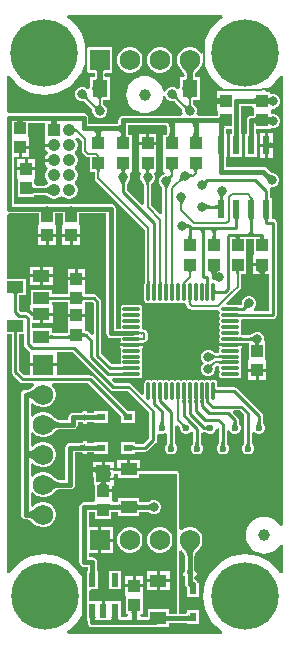
<source format=gbr>
G04*
G04 #@! TF.GenerationSoftware,Altium Limited,Altium Designer,24.5.2 (23)*
G04*
G04 Layer_Physical_Order=1*
G04 Layer_Color=255*
%FSLAX25Y25*%
%MOIN*%
G70*
G04*
G04 #@! TF.SameCoordinates,31991F0E-98CA-4A4E-B794-B5AF52ABA4E1*
G04*
G04*
G04 #@! TF.FilePolarity,Positive*
G04*
G01*
G75*
%ADD11C,0.01000*%
%ADD18R,0.03937X0.04331*%
%ADD19R,0.02362X0.06102*%
G04:AMPARAMS|DCode=20|XSize=56.69mil|YSize=11.02mil|CornerRadius=1.38mil|HoleSize=0mil|Usage=FLASHONLY|Rotation=0.000|XOffset=0mil|YOffset=0mil|HoleType=Round|Shape=RoundedRectangle|*
%AMROUNDEDRECTD20*
21,1,0.05669,0.00827,0,0,0.0*
21,1,0.05394,0.01102,0,0,0.0*
1,1,0.00276,0.02697,-0.00413*
1,1,0.00276,-0.02697,-0.00413*
1,1,0.00276,-0.02697,0.00413*
1,1,0.00276,0.02697,0.00413*
%
%ADD20ROUNDEDRECTD20*%
G04:AMPARAMS|DCode=21|XSize=11.02mil|YSize=56.69mil|CornerRadius=1.38mil|HoleSize=0mil|Usage=FLASHONLY|Rotation=0.000|XOffset=0mil|YOffset=0mil|HoleType=Round|Shape=RoundedRectangle|*
%AMROUNDEDRECTD21*
21,1,0.01102,0.05394,0,0,0.0*
21,1,0.00827,0.05669,0,0,0.0*
1,1,0.00276,0.00413,-0.02697*
1,1,0.00276,-0.00413,-0.02697*
1,1,0.00276,-0.00413,0.02697*
1,1,0.00276,0.00413,0.02697*
%
%ADD21ROUNDEDRECTD21*%
%ADD22C,0.02362*%
%ADD23R,0.05512X0.04331*%
%ADD24R,0.02362X0.04528*%
%ADD25C,0.03937*%
%ADD26R,0.05512X0.03937*%
%ADD45C,0.00800*%
%ADD46R,0.02362X0.02953*%
%ADD47R,0.02953X0.02362*%
%ADD48C,0.03150*%
%ADD49R,0.05000X0.03000*%
%ADD50C,0.01500*%
%ADD51C,0.22441*%
%ADD52R,0.06890X0.06890*%
%ADD53C,0.06890*%
%ADD54R,0.06890X0.06890*%
%ADD55C,0.04200*%
%ADD56R,0.04200X0.04200*%
G36*
X73189Y206575D02*
X72514Y206161D01*
X70851Y204740D01*
X69430Y203076D01*
X68287Y201211D01*
X67450Y199190D01*
X66939Y197063D01*
X66767Y194882D01*
X66780Y194722D01*
X65996Y194479D01*
X65641Y195095D01*
X64850Y195885D01*
X63883Y196444D01*
X62803Y196733D01*
X61685D01*
X60606Y196444D01*
X59638Y195885D01*
X58847Y195095D01*
X58289Y194127D01*
X57999Y193047D01*
Y191929D01*
X58289Y190850D01*
X58847Y189882D01*
X59209Y189521D01*
X59250Y189458D01*
X59552Y189148D01*
X59807Y188862D01*
X60028Y188586D01*
X60214Y188323D01*
X60366Y188074D01*
X60485Y187839D01*
X60573Y187621D01*
X60583Y187588D01*
X60333Y187077D01*
X60080Y186788D01*
X58944D01*
Y183667D01*
X58928Y183588D01*
Y183210D01*
X58128Y182878D01*
X57769Y183237D01*
X56896Y183599D01*
X55952D01*
X55079Y183237D01*
X54411Y182569D01*
X54081Y181773D01*
X54048Y181759D01*
X53248Y182067D01*
X53236Y182195D01*
X52887Y183345D01*
X52321Y184404D01*
X51559Y185333D01*
X50630Y186095D01*
X49571Y186661D01*
X48421Y187010D01*
X47226Y187127D01*
X46031Y187010D01*
X44881Y186661D01*
X43822Y186095D01*
X42893Y185333D01*
X42131Y184404D01*
X41565Y183345D01*
X41216Y182195D01*
X41099Y181000D01*
X41216Y179805D01*
X41565Y178655D01*
X42131Y177596D01*
X42893Y176667D01*
X43822Y175905D01*
X44881Y175339D01*
X46031Y174990D01*
X47226Y174873D01*
X48421Y174990D01*
X49571Y175339D01*
X50630Y175905D01*
X51559Y176667D01*
X52321Y177596D01*
X52887Y178655D01*
X53236Y179805D01*
X53310Y180561D01*
X54117Y180589D01*
X54411Y179879D01*
X55079Y179211D01*
X55952Y178849D01*
X56356D01*
X56428Y178834D01*
X56598Y178831D01*
X56733Y178822D01*
X56854Y178807D01*
X56959Y178786D01*
X57048Y178762D01*
X57123Y178735D01*
X57185Y178707D01*
X57235Y178678D01*
X57253Y178664D01*
X59743Y176174D01*
X59758Y176157D01*
X59796Y176105D01*
X59821Y176064D01*
Y175128D01*
X59985Y174732D01*
X59460Y173932D01*
X40074D01*
X39469Y173812D01*
X38956Y173469D01*
X38614Y172957D01*
X38494Y172352D01*
Y171738D01*
X38471Y171611D01*
X38438Y171510D01*
X38403Y171446D01*
X38369Y171405D01*
X38328Y171371D01*
X38264Y171337D01*
X38163Y171303D01*
X38036Y171280D01*
X28480D01*
Y173200D01*
X28360Y173805D01*
X28018Y174318D01*
X27505Y174660D01*
X26900Y174780D01*
X2050D01*
X1326Y175452D01*
Y187074D01*
X2125Y187300D01*
X2501Y186687D01*
X3921Y185024D01*
X5585Y183603D01*
X7450Y182460D01*
X9471Y181623D01*
X11599Y181112D01*
X13780Y180940D01*
X15960Y181112D01*
X18088Y181623D01*
X20109Y182460D01*
X21974Y183603D01*
X23638Y185024D01*
X25058Y186687D01*
X26201Y188553D01*
X27039Y190574D01*
X27199Y191243D01*
X27999Y191148D01*
Y188243D01*
X30603D01*
X30629Y188147D01*
X30654Y187992D01*
X30664Y187886D01*
Y187142D01*
X30654Y187034D01*
X30628Y186877D01*
X30604Y186788D01*
X28944D01*
Y183667D01*
X28928Y183588D01*
Y183161D01*
X28128Y182830D01*
X27745Y183213D01*
X26872Y183575D01*
X25928D01*
X25055Y183213D01*
X24387Y182545D01*
X24025Y181672D01*
Y180728D01*
X24387Y179855D01*
X25055Y179187D01*
X25928Y178825D01*
X26331D01*
X26404Y178810D01*
X26574Y178807D01*
X26709Y178798D01*
X26830Y178783D01*
X26935Y178762D01*
X27024Y178738D01*
X27099Y178711D01*
X27161Y178683D01*
X27211Y178654D01*
X27229Y178640D01*
X29729Y176140D01*
X29744Y176123D01*
X29783Y176070D01*
X29810Y176027D01*
X29821Y176004D01*
Y175128D01*
X30183Y174255D01*
X30851Y173587D01*
X31724Y173225D01*
X32668D01*
X33541Y173587D01*
X34209Y174255D01*
X34571Y175128D01*
Y176072D01*
X34209Y176945D01*
X33541Y177613D01*
X33490Y177635D01*
X33479Y177677D01*
X33470Y177738D01*
X33468Y177761D01*
Y179188D01*
X35544D01*
Y182309D01*
X35560Y182388D01*
Y183588D01*
X35544Y183667D01*
Y186788D01*
X33884D01*
X33860Y186877D01*
X33834Y187034D01*
X33825Y187142D01*
Y187886D01*
X33834Y187992D01*
X33860Y188147D01*
X33886Y188243D01*
X36489D01*
Y196733D01*
X28245Y196733D01*
X27826Y196932D01*
X27487Y197321D01*
X27039Y199190D01*
X26201Y201211D01*
X25058Y203076D01*
X23638Y204740D01*
X21974Y206161D01*
X21299Y206575D01*
X21524Y207375D01*
X72964D01*
X73189Y206575D01*
D02*
G37*
G36*
X33602Y189040D02*
X33474Y188995D01*
X33362Y188920D01*
X33264Y188815D01*
X33182Y188680D01*
X33114Y188515D01*
X33062Y188320D01*
X33024Y188095D01*
X33002Y187840D01*
X32994Y187555D01*
X31494D01*
X31487Y187840D01*
X31464Y188095D01*
X31427Y188320D01*
X31374Y188515D01*
X31307Y188680D01*
X31224Y188815D01*
X31127Y188920D01*
X31014Y188995D01*
X30887Y189040D01*
X30744Y189055D01*
X33744D01*
X33602Y189040D01*
D02*
G37*
G36*
X64340Y189705D02*
X63808Y189077D01*
X63592Y188771D01*
X63409Y188471D01*
X63260Y188178D01*
X63144Y187889D01*
X63061Y187607D01*
X63011Y187330D01*
X63002Y187186D01*
X63024Y186932D01*
X63062Y186705D01*
X63114Y186509D01*
X63182Y186342D01*
X63264Y186206D01*
X63362Y186100D01*
X63474Y186025D01*
X63602Y185979D01*
X63744Y185964D01*
X60744D01*
X60887Y185979D01*
X61014Y186025D01*
X61127Y186100D01*
X61224Y186206D01*
X61307Y186342D01*
X61374Y186509D01*
X61427Y186705D01*
X61464Y186932D01*
X61486Y187186D01*
X61478Y187330D01*
X61428Y187607D01*
X61345Y187889D01*
X61228Y188178D01*
X61079Y188471D01*
X60896Y188771D01*
X60680Y189077D01*
X60431Y189388D01*
X60148Y189705D01*
X59833Y190028D01*
X64656D01*
X64340Y189705D01*
D02*
G37*
G36*
X33002Y187189D02*
X33024Y186932D01*
X33062Y186705D01*
X33114Y186509D01*
X33182Y186342D01*
X33264Y186206D01*
X33362Y186100D01*
X33474Y186025D01*
X33602Y185979D01*
X33744Y185964D01*
X30744D01*
X30887Y185979D01*
X31014Y186025D01*
X31127Y186100D01*
X31224Y186206D01*
X31307Y186342D01*
X31374Y186509D01*
X31427Y186705D01*
X31464Y186932D01*
X31487Y187189D01*
X31494Y187476D01*
X32994D01*
X33002Y187189D01*
D02*
G37*
G36*
X64744Y182388D02*
X59744D01*
Y183588D01*
X64744D01*
Y182388D01*
D02*
G37*
G36*
X34744D02*
X29744D01*
Y183588D01*
X34744D01*
Y182388D01*
D02*
G37*
G36*
X62968Y180004D02*
X62900Y179980D01*
X62840Y179939D01*
X62788Y179882D01*
X62744Y179809D01*
X62708Y179720D01*
X62680Y179614D01*
X62660Y179492D01*
X62648Y179355D01*
X62644Y179200D01*
X61844D01*
X61840Y179355D01*
X61828Y179492D01*
X61808Y179614D01*
X61780Y179720D01*
X61744Y179809D01*
X61700Y179882D01*
X61648Y179939D01*
X61588Y179980D01*
X61520Y180004D01*
X61444Y180012D01*
X63044D01*
X62968Y180004D01*
D02*
G37*
G36*
X32968D02*
X32900Y179980D01*
X32840Y179939D01*
X32788Y179882D01*
X32744Y179809D01*
X32708Y179720D01*
X32680Y179614D01*
X32660Y179492D01*
X32648Y179355D01*
X32644Y179200D01*
X31844D01*
X31840Y179355D01*
X31828Y179492D01*
X31808Y179614D01*
X31780Y179720D01*
X31744Y179809D01*
X31700Y179882D01*
X31648Y179939D01*
X31588Y179980D01*
X31520Y180004D01*
X31444Y180012D01*
X33044D01*
X32968Y180004D01*
D02*
G37*
G36*
X58002Y181017D02*
X58014Y180836D01*
X58035Y180665D01*
X58066Y180505D01*
X58107Y180355D01*
X58157Y180215D01*
X58217Y180086D01*
X58286Y179968D01*
X58364Y179859D01*
X58452Y179762D01*
X57886Y179196D01*
X57788Y179284D01*
X57680Y179362D01*
X57562Y179431D01*
X57433Y179491D01*
X57293Y179541D01*
X57143Y179581D01*
X56983Y179613D01*
X56812Y179634D01*
X56631Y179647D01*
X56440Y179649D01*
X57999Y181208D01*
X58002Y181017D01*
D02*
G37*
G36*
X27977Y180993D02*
X27990Y180812D01*
X28011Y180641D01*
X28043Y180481D01*
X28083Y180331D01*
X28133Y180191D01*
X28193Y180062D01*
X28262Y179944D01*
X28340Y179835D01*
X28428Y179738D01*
X27862Y179172D01*
X27764Y179260D01*
X27656Y179338D01*
X27538Y179407D01*
X27409Y179467D01*
X27269Y179517D01*
X27119Y179558D01*
X26959Y179589D01*
X26788Y179610D01*
X26607Y179622D01*
X26416Y179625D01*
X27975Y181184D01*
X27977Y180993D01*
D02*
G37*
G36*
X88246Y180206D02*
X88291Y180078D01*
X88367Y179965D01*
X88473Y179868D01*
X88609Y179786D01*
X88659Y179765D01*
X88719Y179793D01*
X88807Y179845D01*
X88884Y179903D01*
X88864Y179694D01*
X88972Y179666D01*
X89198Y179628D01*
X89455Y179605D01*
X89743Y179598D01*
Y178098D01*
X89455Y178091D01*
X89198Y178068D01*
X88972Y178031D01*
X88775Y177978D01*
X88699Y177947D01*
X88677Y177708D01*
X88608Y177782D01*
X88529Y177849D01*
X88518Y177855D01*
X88473Y177828D01*
X88367Y177731D01*
X88291Y177618D01*
X88246Y177490D01*
X88231Y177348D01*
Y177998D01*
X88225Y178001D01*
X88101Y178036D01*
X87967Y178063D01*
X87822Y178082D01*
X87667Y178094D01*
X87500Y178098D01*
X87661Y179598D01*
X87829Y179601D01*
X88133Y179625D01*
X88231Y179641D01*
Y180348D01*
X88246Y180206D01*
D02*
G37*
G36*
X84342Y177348D02*
X84327Y177490D01*
X84281Y177618D01*
X84206Y177731D01*
X84100Y177828D01*
X83964Y177910D01*
X83797Y177978D01*
X83601Y178031D01*
X83374Y178068D01*
X83117Y178091D01*
X82830Y178098D01*
Y179598D01*
X83117Y179605D01*
X83374Y179628D01*
X83601Y179666D01*
X83797Y179718D01*
X83964Y179786D01*
X84100Y179868D01*
X84206Y179965D01*
X84281Y180078D01*
X84327Y180206D01*
X84342Y180348D01*
Y177348D01*
D02*
G37*
G36*
X67215Y191549D02*
X67450Y190574D01*
X68287Y188553D01*
X69430Y186687D01*
X70851Y185024D01*
X72514Y183603D01*
X73803Y182813D01*
X73577Y182013D01*
X71345D01*
Y179623D01*
X71402Y179628D01*
X71628Y179666D01*
X71825Y179718D01*
X71991Y179786D01*
X72127Y179868D01*
X72233Y179965D01*
X72309Y180078D01*
X72354Y180206D01*
X72369Y180348D01*
Y179348D01*
X74314D01*
Y178348D01*
X72369D01*
Y177348D01*
X72354Y177490D01*
X72309Y177618D01*
X72233Y177731D01*
X72127Y177828D01*
X71991Y177910D01*
X71825Y177978D01*
X71628Y178031D01*
X71402Y178068D01*
X71345Y178073D01*
Y175683D01*
X71345D01*
X71545Y175317D01*
Y173992D01*
X71456Y173968D01*
X71299Y173942D01*
X71191Y173932D01*
X64932D01*
X64407Y174732D01*
X64571Y175128D01*
Y176072D01*
X64209Y176945D01*
X63541Y177613D01*
X63490Y177635D01*
X63480Y177677D01*
X63470Y177738D01*
X63468Y177761D01*
Y179188D01*
X65544D01*
Y182309D01*
X65560Y182388D01*
Y183588D01*
X65544Y183667D01*
Y186788D01*
X64408D01*
X64155Y187077D01*
X63905Y187588D01*
X63915Y187621D01*
X64003Y187839D01*
X64122Y188074D01*
X64274Y188323D01*
X64454Y188577D01*
X64943Y189156D01*
X65239Y189458D01*
X65280Y189521D01*
X65641Y189882D01*
X66200Y190850D01*
X66390Y191560D01*
X67215Y191549D01*
D02*
G37*
G36*
X62644Y177910D02*
X62648Y177769D01*
X62660Y177637D01*
X62679Y177515D01*
X62707Y177403D01*
X62742Y177300D01*
X62786Y177207D01*
X62837Y177124D01*
X62896Y177050D01*
X62962Y176986D01*
X63037Y176931D01*
X61597Y176975D01*
X60648Y175891D01*
X60660Y175983D01*
X60659Y176076D01*
X60646Y176171D01*
X60621Y176266D01*
X60584Y176363D01*
X60535Y176461D01*
X60474Y176560D01*
X60401Y176660D01*
X60316Y176761D01*
X60219Y176864D01*
X60745Y177468D01*
X60848Y177371D01*
X60949Y177288D01*
X61049Y177217D01*
X61147Y177160D01*
X61243Y177116D01*
X61338Y177085D01*
X61432Y177068D01*
X61523Y177064D01*
X61558Y177067D01*
X61584Y177090D01*
X61645Y177160D01*
X61698Y177240D01*
X61743Y177331D01*
X61779Y177431D01*
X61808Y177542D01*
X61828Y177663D01*
X61840Y177794D01*
X61844Y177935D01*
X62644Y177910D01*
D02*
G37*
G36*
X32644D02*
X32648Y177769D01*
X32660Y177637D01*
X32680Y177515D01*
X32707Y177403D01*
X32742Y177300D01*
X32786Y177207D01*
X32837Y177124D01*
X32896Y177050D01*
X32962Y176986D01*
X33037Y176931D01*
X31579Y176976D01*
X30643Y175858D01*
X30652Y175950D01*
X30649Y176043D01*
X30635Y176138D01*
X30609Y176233D01*
X30571Y176330D01*
X30521Y176428D01*
X30459Y176527D01*
X30386Y176627D01*
X30300Y176729D01*
X30203Y176831D01*
X30717Y177449D01*
X30820Y177352D01*
X30921Y177268D01*
X31021Y177198D01*
X31118Y177141D01*
X31214Y177098D01*
X31309Y177069D01*
X31402Y177052D01*
X31493Y177050D01*
X31545Y177056D01*
X31584Y177090D01*
X31645Y177160D01*
X31698Y177240D01*
X31743Y177331D01*
X31779Y177431D01*
X31808Y177542D01*
X31828Y177663D01*
X31840Y177794D01*
X31844Y177935D01*
X32644Y177910D01*
D02*
G37*
G36*
X88246Y173709D02*
X88291Y173582D01*
X88367Y173469D01*
X88473Y173372D01*
X88609Y173290D01*
X88662Y173268D01*
X88722Y173296D01*
X88810Y173348D01*
X88887Y173406D01*
X88867Y173197D01*
X88972Y173170D01*
X89198Y173132D01*
X89455Y173109D01*
X89743Y173102D01*
Y171602D01*
X89455Y171595D01*
X89198Y171572D01*
X88972Y171535D01*
X88775Y171482D01*
X88697Y171450D01*
X88674Y171211D01*
X88606Y171285D01*
X88526Y171352D01*
X88516Y171359D01*
X88473Y171332D01*
X88367Y171235D01*
X88291Y171122D01*
X88246Y170994D01*
X88231Y170852D01*
Y171501D01*
X88223Y171504D01*
X88100Y171539D01*
X87966Y171567D01*
X87821Y171586D01*
X87665Y171598D01*
X87498Y171602D01*
X87664Y173102D01*
X87831Y173105D01*
X88136Y173129D01*
X88231Y173144D01*
Y173852D01*
X88246Y173709D01*
D02*
G37*
G36*
X19221Y172450D02*
X18936Y172435D01*
X18681Y172390D01*
X18456Y172315D01*
X18261Y172210D01*
X18096Y172075D01*
X17961Y171910D01*
X17856Y171715D01*
X17848Y171691D01*
X17909Y171542D01*
X17991Y171406D01*
X18089Y171300D01*
X18201Y171225D01*
X18329Y171179D01*
X18471Y171164D01*
X17732D01*
X17721Y170950D01*
X16221D01*
X16210Y171164D01*
X15471D01*
X15614Y171179D01*
X15741Y171225D01*
X15854Y171300D01*
X15951Y171406D01*
X16034Y171542D01*
X16094Y171691D01*
X16086Y171715D01*
X15981Y171910D01*
X15846Y172075D01*
X15681Y172210D01*
X15486Y172315D01*
X15261Y172390D01*
X15006Y172435D01*
X14721Y172450D01*
X16971Y173950D01*
X19221Y172450D01*
D02*
G37*
G36*
X7924D02*
X7639Y172435D01*
X7384Y172390D01*
X7159Y172315D01*
X6964Y172210D01*
X6799Y172075D01*
X6664Y171910D01*
X6559Y171715D01*
X6484Y171490D01*
X6439Y171235D01*
X6424Y170950D01*
X4924D01*
X4909Y171235D01*
X4864Y171490D01*
X4789Y171715D01*
X4684Y171910D01*
X4549Y172075D01*
X4384Y172210D01*
X4189Y172315D01*
X3964Y172390D01*
X3709Y172435D01*
X3424Y172450D01*
X5674Y173950D01*
X7924Y172450D01*
D02*
G37*
G36*
X84342Y170852D02*
X84327Y170994D01*
X84281Y171122D01*
X84206Y171235D01*
X84100Y171332D01*
X83964Y171414D01*
X83797Y171482D01*
X83601Y171535D01*
X83374Y171572D01*
X83117Y171595D01*
X82830Y171602D01*
Y173102D01*
X83117Y173109D01*
X83374Y173132D01*
X83601Y173170D01*
X83797Y173222D01*
X83964Y173290D01*
X84100Y173372D01*
X84206Y173469D01*
X84281Y173582D01*
X84327Y173709D01*
X84342Y173852D01*
Y170852D01*
D02*
G37*
G36*
X72369D02*
X72354Y170994D01*
X72309Y171122D01*
X72233Y171235D01*
X72127Y171332D01*
X71991Y171414D01*
X71825Y171482D01*
X71628Y171535D01*
X71402Y171572D01*
X71145Y171595D01*
X70857Y171602D01*
Y173102D01*
X71145Y173109D01*
X71402Y173132D01*
X71628Y173170D01*
X71825Y173222D01*
X71991Y173290D01*
X72127Y173372D01*
X72233Y173469D01*
X72309Y173582D01*
X72354Y173709D01*
X72369Y173852D01*
Y170852D01*
D02*
G37*
G36*
X66424Y171602D02*
X66139Y171587D01*
X65884Y171542D01*
X65659Y171467D01*
X65464Y171362D01*
X65299Y171227D01*
X65164Y171062D01*
X65059Y170867D01*
X64984Y170642D01*
X64939Y170387D01*
X64924Y170102D01*
X63424D01*
X63409Y170387D01*
X63364Y170642D01*
X63289Y170867D01*
X63184Y171062D01*
X63049Y171227D01*
X62884Y171362D01*
X62689Y171467D01*
X62464Y171542D01*
X62209Y171587D01*
X61924Y171602D01*
X64174Y173102D01*
X66424Y171602D01*
D02*
G37*
G36*
X58424D02*
X58139Y171587D01*
X57884Y171542D01*
X57659Y171467D01*
X57464Y171362D01*
X57299Y171227D01*
X57164Y171062D01*
X57059Y170867D01*
X56984Y170642D01*
X56939Y170387D01*
X56924Y170102D01*
X55424D01*
X55409Y170387D01*
X55364Y170642D01*
X55289Y170867D01*
X55184Y171062D01*
X55049Y171227D01*
X54884Y171362D01*
X54689Y171467D01*
X54464Y171542D01*
X54209Y171587D01*
X53924Y171602D01*
X56174Y173102D01*
X58424Y171602D01*
D02*
G37*
G36*
X74158Y170195D02*
X74030Y170149D01*
X73918Y170073D01*
X73820Y169966D01*
X73738Y169830D01*
X73670Y169664D01*
X73618Y169468D01*
X73580Y169241D01*
X73558Y168985D01*
X73550Y168699D01*
X72050D01*
X72357Y170199D01*
X74300Y170211D01*
X74158Y170195D01*
D02*
G37*
G36*
X24024Y169552D02*
X24040Y169538D01*
X24066Y169527D01*
X24099Y169517D01*
X24142Y169508D01*
X24192Y169501D01*
X24320Y169491D01*
X24482Y169488D01*
Y168688D01*
X24396Y168687D01*
X24142Y168668D01*
X24099Y168660D01*
X24066Y168650D01*
X24040Y168638D01*
X24024Y168624D01*
X24016Y168610D01*
Y169567D01*
X24024Y169552D01*
D02*
G37*
G36*
X83554Y168284D02*
X83588Y167804D01*
X83617Y167609D01*
X83655Y167444D01*
X83701Y167309D01*
X83755Y167204D01*
X83818Y167129D01*
X83890Y167084D01*
X83969Y167069D01*
X81631D01*
X81710Y167084D01*
X81782Y167129D01*
X81845Y167204D01*
X81899Y167309D01*
X81945Y167444D01*
X81983Y167609D01*
X82012Y167804D01*
X82033Y168029D01*
X82050Y168569D01*
X83550D01*
X83554Y168284D01*
D02*
G37*
G36*
X78554D02*
X78588Y167804D01*
X78617Y167609D01*
X78655Y167444D01*
X78701Y167309D01*
X78755Y167204D01*
X78818Y167129D01*
X78890Y167084D01*
X78969Y167069D01*
X76631D01*
X76710Y167084D01*
X76782Y167129D01*
X76845Y167204D01*
X76899Y167309D01*
X76945Y167444D01*
X76983Y167609D01*
X77012Y167804D01*
X77033Y168029D01*
X77050Y168569D01*
X78550D01*
X78554Y168284D01*
D02*
G37*
G36*
X73554D02*
X73588Y167804D01*
X73617Y167609D01*
X73655Y167444D01*
X73701Y167309D01*
X73755Y167204D01*
X73818Y167129D01*
X73889Y167084D01*
X73969Y167069D01*
X71631D01*
X71710Y167084D01*
X71782Y167129D01*
X71845Y167204D01*
X71899Y167309D01*
X71945Y167444D01*
X71983Y167609D01*
X72012Y167804D01*
X72033Y168029D01*
X72050Y168569D01*
X73550D01*
X73554Y168284D01*
D02*
G37*
G36*
X64931Y168045D02*
X64954Y167788D01*
X64991Y167561D01*
X65044Y167365D01*
X65112Y167199D01*
X65194Y167062D01*
X65292Y166957D01*
X65404Y166881D01*
X65531Y166836D01*
X65674Y166821D01*
X62674D01*
X62817Y166836D01*
X62944Y166881D01*
X63056Y166957D01*
X63154Y167062D01*
X63236Y167199D01*
X63304Y167365D01*
X63357Y167561D01*
X63394Y167788D01*
X63416Y168045D01*
X63424Y168333D01*
X64924D01*
X64931Y168045D01*
D02*
G37*
G36*
X56932D02*
X56954Y167788D01*
X56991Y167561D01*
X57044Y167365D01*
X57112Y167199D01*
X57194Y167062D01*
X57292Y166957D01*
X57404Y166881D01*
X57531Y166836D01*
X57674Y166821D01*
X54674D01*
X54817Y166836D01*
X54944Y166881D01*
X55057Y166957D01*
X55154Y167062D01*
X55237Y167199D01*
X55304Y167365D01*
X55357Y167561D01*
X55394Y167788D01*
X55417Y168045D01*
X55424Y168333D01*
X56924D01*
X56932Y168045D01*
D02*
G37*
G36*
X40824Y169700D02*
X39912Y168333D01*
X40824D01*
X40832Y168045D01*
X40854Y167788D01*
X40892Y167561D01*
X40944Y167365D01*
X41012Y167199D01*
X41094Y167062D01*
X41192Y166957D01*
X41304Y166881D01*
X41431Y166836D01*
X41574Y166821D01*
X38574D01*
X38717Y166836D01*
X38844Y166881D01*
X38956Y166957D01*
X39054Y167062D01*
X39136Y167199D01*
X39204Y167365D01*
X39257Y167561D01*
X39294Y167788D01*
X39296Y167809D01*
X39264Y167990D01*
X39189Y168215D01*
X39084Y168410D01*
X38949Y168575D01*
X38784Y168710D01*
X38589Y168815D01*
X38364Y168890D01*
X38109Y168935D01*
X37824Y168950D01*
Y170450D01*
X38109Y170465D01*
X38364Y170510D01*
X38589Y170585D01*
X38784Y170690D01*
X38949Y170825D01*
X39084Y170990D01*
X39189Y171185D01*
X39264Y171410D01*
X39309Y171665D01*
X39324Y171950D01*
X40824Y169700D01*
D02*
G37*
G36*
X34024Y168950D02*
X33739Y168935D01*
X33484Y168890D01*
X33259Y168815D01*
X33064Y168710D01*
X32899Y168575D01*
X32764Y168410D01*
X32659Y168215D01*
X32584Y167990D01*
X32552Y167809D01*
X32554Y167788D01*
X32592Y167561D01*
X32644Y167365D01*
X32711Y167199D01*
X32794Y167062D01*
X32891Y166957D01*
X33004Y166881D01*
X33132Y166836D01*
X33274Y166821D01*
X30274D01*
X30417Y166836D01*
X30544Y166881D01*
X30656Y166957D01*
X30754Y167062D01*
X30836Y167199D01*
X30904Y167365D01*
X30957Y167561D01*
X30994Y167788D01*
X30996Y167809D01*
X30964Y167990D01*
X30889Y168215D01*
X30784Y168410D01*
X30649Y168575D01*
X30484Y168710D01*
X30289Y168815D01*
X30064Y168890D01*
X29809Y168935D01*
X29524Y168950D01*
X31774Y170450D01*
X34024Y168950D01*
D02*
G37*
G36*
X93174Y187093D02*
Y37404D01*
X92374Y37204D01*
X92221Y37492D01*
X91459Y38420D01*
X90530Y39182D01*
X89471Y39748D01*
X88321Y40097D01*
X87126Y40215D01*
X85931Y40097D01*
X84781Y39748D01*
X83722Y39182D01*
X82793Y38420D01*
X82031Y37492D01*
X81465Y36432D01*
X81116Y35283D01*
X80999Y34087D01*
X81116Y32892D01*
X81465Y31743D01*
X82031Y30683D01*
X82793Y29755D01*
X83722Y28993D01*
X84781Y28427D01*
X85931Y28078D01*
X87126Y27960D01*
X88321Y28078D01*
X89471Y28427D01*
X90530Y28993D01*
X91459Y29755D01*
X92221Y30683D01*
X92374Y30971D01*
X93174Y30771D01*
Y21568D01*
X92374Y21342D01*
X91988Y21974D01*
X90567Y23638D01*
X88903Y25058D01*
X87038Y26201D01*
X85017Y27039D01*
X82890Y27549D01*
X80709Y27721D01*
X78528Y27549D01*
X76401Y27039D01*
X74379Y26201D01*
X72514Y25058D01*
X70851Y23638D01*
X69430Y21974D01*
X68287Y20109D01*
X67450Y18088D01*
X66939Y15960D01*
X66767Y13780D01*
X66939Y11599D01*
X67450Y9471D01*
X68287Y7450D01*
X69430Y5585D01*
X70851Y3921D01*
X72514Y2501D01*
X73126Y2125D01*
X72901Y1326D01*
X21587D01*
X21362Y2125D01*
X21974Y2501D01*
X23638Y3921D01*
X25058Y5585D01*
X26201Y7450D01*
X27039Y9471D01*
X27779Y9233D01*
Y6749D01*
X27775Y6730D01*
X27779Y6712D01*
Y5918D01*
X28159D01*
X28161Y5906D01*
X28179Y5637D01*
Y5100D01*
X28300Y4495D01*
X28642Y3982D01*
X29155Y3640D01*
X29760Y3520D01*
X48244D01*
Y3430D01*
X49038D01*
X49056Y3427D01*
X49075Y3430D01*
X55356D01*
Y4756D01*
X55445Y4780D01*
X55602Y4806D01*
X55710Y4815D01*
X60992D01*
X61219Y4802D01*
Y4493D01*
X62009D01*
X62027Y4489D01*
X62046Y4493D01*
X65181D01*
Y9046D01*
X61219D01*
Y8036D01*
X61128Y8011D01*
X60972Y7986D01*
X60864Y7976D01*
X58716D01*
Y28859D01*
X59516Y29186D01*
X59552Y29149D01*
X59807Y28862D01*
X60028Y28586D01*
X60214Y28323D01*
X60366Y28074D01*
X60485Y27839D01*
X60573Y27621D01*
X60633Y27419D01*
X60664Y27246D01*
Y22280D01*
X60656Y22185D01*
X60632Y22024D01*
X60604Y21911D01*
X60602Y21905D01*
X60503Y21886D01*
X60462Y21859D01*
X60415Y21844D01*
X60330Y21771D01*
X60238Y21710D01*
X60210Y21669D01*
X60173Y21637D01*
X60122Y21538D01*
X60060Y21446D01*
X60050Y21398D01*
X60027Y21354D01*
X60018Y21243D01*
X59996Y21134D01*
X60006Y21086D01*
X60002Y21037D01*
X60036Y20931D01*
X60057Y20822D01*
X60084Y20781D01*
X60099Y20734D01*
X60171Y20649D01*
X60233Y20557D01*
X60274Y20529D01*
X60305Y20492D01*
X60404Y20441D01*
X60497Y20379D01*
X60545Y20369D01*
X60589Y20346D01*
X60664Y20340D01*
Y17993D01*
X60784Y17388D01*
X61127Y16875D01*
X61219Y16814D01*
Y13554D01*
X65181D01*
Y18107D01*
X64758D01*
X64660Y18598D01*
X64318Y19110D01*
X63824Y19440D01*
Y20320D01*
X63855Y20326D01*
X63972Y20336D01*
X64011Y20356D01*
X64053Y20364D01*
X64151Y20429D01*
X64254Y20482D01*
X64282Y20516D01*
X64319Y20540D01*
X64384Y20637D01*
X64459Y20726D01*
X64472Y20768D01*
X64496Y20804D01*
X64520Y20918D01*
X64555Y21030D01*
X64551Y21073D01*
X64560Y21116D01*
X64537Y21230D01*
X64527Y21347D01*
X64507Y21385D01*
X64499Y21428D01*
X64434Y21525D01*
X64380Y21629D01*
X64347Y21657D01*
X64323Y21693D01*
X64226Y21759D01*
X64137Y21834D01*
X64095Y21847D01*
X64059Y21871D01*
X63945Y21894D01*
X63895Y21910D01*
X63889Y21924D01*
X63860Y22034D01*
X63834Y22190D01*
X63824Y22298D01*
Y27246D01*
X63855Y27419D01*
X63915Y27621D01*
X64003Y27839D01*
X64122Y28074D01*
X64274Y28323D01*
X64454Y28577D01*
X64943Y29156D01*
X65239Y29458D01*
X65280Y29521D01*
X65641Y29882D01*
X66200Y30850D01*
X66489Y31929D01*
Y33047D01*
X66200Y34127D01*
X65641Y35095D01*
X64850Y35885D01*
X63883Y36444D01*
X62803Y36733D01*
X61685D01*
X60606Y36444D01*
X59638Y35885D01*
X59516Y35763D01*
X58716Y36094D01*
Y54600D01*
X58654Y54912D01*
X58477Y55177D01*
X58212Y55354D01*
X57900Y55416D01*
X45613D01*
Y55580D01*
X41857D01*
X38101D01*
Y55416D01*
X36986D01*
Y55580D01*
X36681D01*
X36562Y55757D01*
X36298Y55934D01*
X35986Y55996D01*
X33486D01*
X30998D01*
Y55180D01*
X35986D01*
Y53980D01*
X30986D01*
Y54704D01*
X30983Y54733D01*
X30938Y54858D01*
X30863Y54969D01*
X30758Y55065D01*
X30623Y55146D01*
X30458Y55212D01*
X30263Y55264D01*
X30038Y55301D01*
X29986Y55305D01*
Y53580D01*
X30186D01*
Y50780D01*
X30617D01*
Y45875D01*
X30617D01*
Y45747D01*
X29920Y45061D01*
X27043D01*
X26438Y44941D01*
X25925Y44599D01*
X25583Y44086D01*
X25462Y43481D01*
Y25125D01*
X25583Y24520D01*
X25925Y24008D01*
X26438Y23665D01*
X27043Y23545D01*
X28179D01*
Y22509D01*
X28179Y22480D01*
X28162Y22303D01*
X28159Y22282D01*
X27779D01*
Y21488D01*
X27775Y21470D01*
X27779Y21451D01*
Y18326D01*
X27039Y18088D01*
X26201Y20109D01*
X25058Y21974D01*
X23638Y23638D01*
X21974Y25058D01*
X20109Y26201D01*
X18088Y27039D01*
X15960Y27549D01*
X13780Y27721D01*
X11599Y27549D01*
X9471Y27039D01*
X7450Y26201D01*
X5585Y25058D01*
X3921Y23638D01*
X2501Y21974D01*
X2125Y21362D01*
X1326Y21587D01*
Y101232D01*
X2837D01*
Y88538D01*
X2938Y88031D01*
X3225Y87600D01*
X5663Y85163D01*
X6093Y84875D01*
X6600Y84775D01*
X10040D01*
X10343Y84203D01*
X10349Y83974D01*
X10060Y83692D01*
X9774Y83437D01*
X9498Y83216D01*
X9235Y83030D01*
X8986Y82878D01*
X8751Y82759D01*
X8533Y82671D01*
X8331Y82611D01*
X8158Y82580D01*
X7600D01*
X6995Y82460D01*
X6482Y82117D01*
X6140Y81605D01*
X6020Y81000D01*
Y61000D01*
Y41000D01*
X6140Y40395D01*
X6482Y39882D01*
X6995Y39540D01*
X7600Y39420D01*
X8158D01*
X8331Y39389D01*
X8533Y39329D01*
X8751Y39241D01*
X8986Y39122D01*
X9235Y38970D01*
X9489Y38790D01*
X10068Y38301D01*
X10370Y38005D01*
X10432Y37964D01*
X10794Y37603D01*
X11761Y37044D01*
X12841Y36755D01*
X13959D01*
X15039Y37044D01*
X16006Y37603D01*
X16797Y38394D01*
X17356Y39362D01*
X17645Y40441D01*
Y41559D01*
X17356Y42638D01*
X16797Y43606D01*
X16006Y44397D01*
X15039Y44956D01*
X13959Y45245D01*
X12841D01*
X11761Y44956D01*
X10794Y44397D01*
X10432Y44036D01*
X10370Y43995D01*
X10060Y43692D01*
X9980Y43621D01*
X9319Y43858D01*
X9180Y43987D01*
Y48219D01*
X9980Y48433D01*
X10003Y48394D01*
X10794Y47603D01*
X11761Y47044D01*
X12841Y46755D01*
X13959D01*
X15039Y47044D01*
X16006Y47603D01*
X16368Y47964D01*
X16430Y48005D01*
X16740Y48308D01*
X17027Y48563D01*
X17302Y48784D01*
X17565Y48970D01*
X17814Y49122D01*
X18049Y49241D01*
X18267Y49329D01*
X18469Y49389D01*
X18642Y49420D01*
X22400D01*
X23005Y49540D01*
X23517Y49883D01*
X23860Y50395D01*
X23980Y51000D01*
Y61720D01*
X26103D01*
X26211Y61710D01*
X26368Y61684D01*
X26477Y61655D01*
X26490Y61650D01*
X26505Y61602D01*
X26528Y61488D01*
X26552Y61452D01*
X26565Y61410D01*
X26639Y61320D01*
X26704Y61223D01*
X26741Y61199D01*
X26768Y61166D01*
X26872Y61111D01*
X26969Y61046D01*
X27012Y61038D01*
X27050Y61018D01*
X27167Y61007D01*
X27281Y60984D01*
X27324Y60993D01*
X27367Y60989D01*
X27479Y61024D01*
X27593Y61046D01*
X27629Y61071D01*
X27671Y61084D01*
X27761Y61158D01*
X27858Y61223D01*
X27882Y61259D01*
X27915Y61287D01*
X27970Y61391D01*
X28035Y61488D01*
X28043Y61531D01*
X28063Y61569D01*
X28074Y61686D01*
X28081Y61720D01*
X30293D01*
Y61319D01*
X34846D01*
Y65281D01*
X30293D01*
Y64880D01*
X28081D01*
X28074Y64915D01*
X28063Y65031D01*
X28043Y65069D01*
X28035Y65112D01*
X27970Y65209D01*
X27915Y65313D01*
X27882Y65341D01*
X27858Y65377D01*
X27761Y65442D01*
X27671Y65516D01*
X27629Y65529D01*
X27593Y65554D01*
X27479Y65576D01*
X27367Y65611D01*
X27324Y65607D01*
X27281Y65616D01*
X27167Y65593D01*
X27050Y65582D01*
X27012Y65562D01*
X26969Y65554D01*
X26872Y65489D01*
X26768Y65434D01*
X26741Y65401D01*
X26704Y65377D01*
X26639Y65280D01*
X26565Y65190D01*
X26552Y65148D01*
X26528Y65112D01*
X26505Y64998D01*
X26490Y64950D01*
X26477Y64945D01*
X26368Y64916D01*
X26211Y64890D01*
X26103Y64880D01*
X22400D01*
X21795Y64760D01*
X21283Y64417D01*
X20940Y63905D01*
X20820Y63300D01*
Y52580D01*
X18642D01*
X18469Y52611D01*
X18267Y52671D01*
X18049Y52759D01*
X17814Y52878D01*
X17565Y53030D01*
X17311Y53210D01*
X16732Y53699D01*
X16430Y53995D01*
X16368Y54036D01*
X16006Y54397D01*
X15039Y54956D01*
X13959Y55245D01*
X12841D01*
X11761Y54956D01*
X10794Y54397D01*
X10003Y53606D01*
X9980Y53567D01*
X9180Y53781D01*
Y58003D01*
X9980Y58375D01*
X10068Y58301D01*
X10370Y58005D01*
X10432Y57964D01*
X10794Y57603D01*
X11761Y57044D01*
X12841Y56755D01*
X13959D01*
X15039Y57044D01*
X16006Y57603D01*
X16797Y58394D01*
X17356Y59361D01*
X17645Y60441D01*
Y61559D01*
X17356Y62638D01*
X16797Y63606D01*
X16006Y64397D01*
X15039Y64956D01*
X13959Y65245D01*
X12841D01*
X11761Y64956D01*
X10794Y64397D01*
X10432Y64036D01*
X10370Y63995D01*
X10060Y63692D01*
X9980Y63621D01*
X9319Y63858D01*
X9180Y63987D01*
Y68219D01*
X9980Y68433D01*
X10003Y68394D01*
X10794Y67603D01*
X11761Y67044D01*
X12841Y66755D01*
X13959D01*
X15039Y67044D01*
X16006Y67603D01*
X16368Y67964D01*
X16430Y68005D01*
X16740Y68308D01*
X17027Y68563D01*
X17302Y68784D01*
X17565Y68970D01*
X17814Y69122D01*
X18049Y69241D01*
X18267Y69329D01*
X18469Y69389D01*
X18642Y69420D01*
X23300D01*
X23905Y69540D01*
X24418Y69883D01*
X24760Y70395D01*
X24880Y71000D01*
Y71820D01*
X26103D01*
X26211Y71810D01*
X26368Y71784D01*
X26477Y71755D01*
X26490Y71750D01*
X26505Y71702D01*
X26528Y71588D01*
X26552Y71552D01*
X26565Y71510D01*
X26639Y71420D01*
X26704Y71323D01*
X26741Y71299D01*
X26768Y71266D01*
X26872Y71211D01*
X26969Y71146D01*
X27012Y71138D01*
X27050Y71118D01*
X27167Y71107D01*
X27281Y71084D01*
X27324Y71093D01*
X27367Y71089D01*
X27479Y71124D01*
X27593Y71146D01*
X27629Y71171D01*
X27671Y71184D01*
X27761Y71258D01*
X27858Y71323D01*
X27882Y71359D01*
X27915Y71387D01*
X27970Y71491D01*
X28035Y71588D01*
X28043Y71631D01*
X28063Y71669D01*
X28074Y71785D01*
X28081Y71820D01*
X30293D01*
Y71419D01*
X34846D01*
Y75381D01*
X30293D01*
Y74980D01*
X28081D01*
X28074Y75015D01*
X28063Y75131D01*
X28043Y75169D01*
X28035Y75212D01*
X27970Y75309D01*
X27915Y75413D01*
X27882Y75441D01*
X27858Y75477D01*
X27761Y75542D01*
X27671Y75616D01*
X27629Y75629D01*
X27593Y75654D01*
X27479Y75676D01*
X27367Y75711D01*
X27324Y75707D01*
X27281Y75716D01*
X27167Y75693D01*
X27050Y75682D01*
X27012Y75662D01*
X26969Y75654D01*
X26872Y75589D01*
X26768Y75534D01*
X26741Y75501D01*
X26704Y75477D01*
X26639Y75380D01*
X26565Y75290D01*
X26552Y75248D01*
X26528Y75212D01*
X26505Y75098D01*
X26490Y75050D01*
X26477Y75045D01*
X26368Y75016D01*
X26211Y74990D01*
X26103Y74980D01*
X23300D01*
X22695Y74860D01*
X22183Y74518D01*
X21840Y74005D01*
X21720Y73400D01*
Y72580D01*
X18642D01*
X18469Y72611D01*
X18267Y72671D01*
X18049Y72759D01*
X17814Y72878D01*
X17565Y73030D01*
X17311Y73210D01*
X16732Y73699D01*
X16430Y73995D01*
X16368Y74036D01*
X16006Y74397D01*
X15039Y74956D01*
X13959Y75245D01*
X12841D01*
X11761Y74956D01*
X10794Y74397D01*
X10003Y73606D01*
X9980Y73567D01*
X9180Y73781D01*
Y78003D01*
X9980Y78374D01*
X10068Y78301D01*
X10370Y78005D01*
X10432Y77964D01*
X10794Y77603D01*
X11761Y77044D01*
X12841Y76755D01*
X13959D01*
X15039Y77044D01*
X16006Y77603D01*
X16797Y78394D01*
X17356Y79361D01*
X17645Y80441D01*
Y81559D01*
X17356Y82639D01*
X16797Y83606D01*
X16429Y83974D01*
X16760Y84775D01*
X28382D01*
X39069Y74087D01*
X39237Y73907D01*
X39353Y73765D01*
X39354Y73763D01*
Y71419D01*
X43907D01*
Y75381D01*
X41591D01*
X41502Y75443D01*
X41250Y75655D01*
X29868Y87037D01*
X29438Y87325D01*
X28931Y87426D01*
X17845D01*
Y90500D01*
X13400D01*
X8955D01*
Y87426D01*
X7149D01*
X5488Y89087D01*
Y101232D01*
X6974D01*
Y97800D01*
X7075Y97293D01*
X7363Y96863D01*
X8763Y95463D01*
X8955Y95334D01*
Y91500D01*
X13400D01*
X17845D01*
Y95074D01*
X23251D01*
X35863Y82463D01*
X36293Y82175D01*
X36800Y82074D01*
X41550D01*
X48674Y74950D01*
Y66349D01*
X46951Y64626D01*
X43907D01*
Y65281D01*
X39354D01*
Y61319D01*
X43907D01*
Y61975D01*
X47500D01*
X48007Y62075D01*
X48437Y62363D01*
X50937Y64863D01*
X51225Y65293D01*
X51326Y65800D01*
Y67528D01*
X52126Y67976D01*
X52506Y67819D01*
X53294D01*
X54022Y68120D01*
X54774Y67742D01*
Y64893D01*
X54772Y64866D01*
X54758Y64772D01*
X54738Y64683D01*
X54713Y64597D01*
X54684Y64515D01*
X54648Y64435D01*
X54607Y64357D01*
X54561Y64280D01*
X54517Y64218D01*
X54421Y64122D01*
X54119Y63394D01*
Y62606D01*
X54421Y61878D01*
X54978Y61321D01*
X55706Y61019D01*
X56494D01*
X57222Y61321D01*
X57780Y61878D01*
X58081Y62606D01*
Y63394D01*
X57780Y64122D01*
X57683Y64218D01*
X57639Y64280D01*
X57592Y64357D01*
X57552Y64435D01*
X57516Y64515D01*
X57486Y64597D01*
X57462Y64682D01*
X57442Y64772D01*
X57428Y64866D01*
X57425Y64893D01*
Y70513D01*
X58226Y70844D01*
X58877Y70192D01*
X58889Y70178D01*
X58925Y70128D01*
X58952Y70083D01*
X58972Y70044D01*
X58986Y70008D01*
X58995Y69976D01*
X59001Y69945D01*
X59004Y69915D01*
X59004Y69845D01*
X59019Y69773D01*
Y69406D01*
X59320Y68678D01*
X59878Y68120D01*
X60606Y67819D01*
X61394D01*
X62122Y68120D01*
X62541Y68540D01*
X63193Y68380D01*
X63341Y68294D01*
Y64893D01*
X63339Y64866D01*
X63324Y64772D01*
X63305Y64683D01*
X63280Y64597D01*
X63250Y64515D01*
X63215Y64435D01*
X63174Y64357D01*
X63127Y64280D01*
X63083Y64218D01*
X62987Y64122D01*
X62686Y63394D01*
Y62606D01*
X62987Y61878D01*
X63544Y61321D01*
X64273Y61019D01*
X65061D01*
X65789Y61321D01*
X66346Y61878D01*
X66648Y62606D01*
Y63394D01*
X66346Y64122D01*
X66250Y64218D01*
X66206Y64280D01*
X66159Y64357D01*
X66118Y64435D01*
X66083Y64515D01*
X66053Y64597D01*
X66028Y64682D01*
X66009Y64772D01*
X65995Y64866D01*
X65992Y64893D01*
Y68015D01*
X66188Y68198D01*
X66792Y68536D01*
X67100Y68475D01*
X67326D01*
X67353Y68473D01*
X67443Y68463D01*
X67525Y68449D01*
X67589Y68434D01*
X67635Y68419D01*
X67664Y68407D01*
X67673Y68402D01*
X67701Y68377D01*
X67752Y68346D01*
X67978Y68120D01*
X68706Y67819D01*
X69494D01*
X70222Y68120D01*
X70780Y68678D01*
X71066Y69369D01*
X71091Y69411D01*
X71881Y69840D01*
X71908Y69826D01*
Y64893D01*
X71905Y64866D01*
X71891Y64772D01*
X71872Y64683D01*
X71847Y64597D01*
X71817Y64515D01*
X71782Y64435D01*
X71741Y64357D01*
X71694Y64280D01*
X71650Y64218D01*
X71554Y64122D01*
X71252Y63394D01*
Y62606D01*
X71554Y61878D01*
X72111Y61321D01*
X72839Y61019D01*
X73627D01*
X74356Y61321D01*
X74913Y61878D01*
X75214Y62606D01*
Y63394D01*
X74913Y64122D01*
X74817Y64218D01*
X74773Y64280D01*
X74726Y64357D01*
X74685Y64435D01*
X74650Y64515D01*
X74620Y64597D01*
X74595Y64682D01*
X74576Y64772D01*
X74561Y64866D01*
X74559Y64893D01*
Y68909D01*
X75359Y69068D01*
X75520Y68678D01*
X76078Y68120D01*
X76806Y67819D01*
X77594D01*
X78322Y68120D01*
X78879Y68678D01*
X79181Y69406D01*
Y70194D01*
X78879Y70922D01*
X78783Y71018D01*
X78740Y71080D01*
X78693Y71157D01*
X78652Y71235D01*
X78616Y71315D01*
X78587Y71397D01*
X78562Y71482D01*
X78542Y71572D01*
X78528Y71666D01*
X78526Y71693D01*
Y72600D01*
X78425Y73107D01*
X78137Y73537D01*
X76800Y74875D01*
X77131Y75674D01*
X78951D01*
X80374Y74251D01*
Y64806D01*
X80373Y64787D01*
X80360Y64683D01*
X80342Y64586D01*
X80320Y64496D01*
X80294Y64413D01*
X80265Y64335D01*
X80231Y64262D01*
X80196Y64198D01*
X80120Y64122D01*
X79819Y63394D01*
Y62606D01*
X80120Y61878D01*
X80678Y61321D01*
X81406Y61019D01*
X82194D01*
X82922Y61321D01*
X83479Y61878D01*
X83781Y62606D01*
Y63394D01*
X83479Y64122D01*
X83358Y64244D01*
X83351Y64257D01*
X83271Y64360D01*
X83214Y64443D01*
X83166Y64525D01*
X83125Y64606D01*
X83091Y64686D01*
X83064Y64767D01*
X83043Y64849D01*
X83029Y64933D01*
X83025Y64962D01*
Y68183D01*
X83825Y68473D01*
X84178Y68120D01*
X84906Y67819D01*
X85694D01*
X86422Y68120D01*
X86980Y68678D01*
X87281Y69406D01*
Y70194D01*
X86980Y70922D01*
X86883Y71018D01*
X86839Y71080D01*
X86792Y71157D01*
X86752Y71235D01*
X86716Y71315D01*
X86686Y71397D01*
X86662Y71482D01*
X86642Y71572D01*
X86628Y71666D01*
X86625Y71693D01*
Y73900D01*
X86525Y74407D01*
X86237Y74837D01*
X78041Y83033D01*
X77611Y83321D01*
X77104Y83421D01*
X71494D01*
Y84793D01*
X71421Y85159D01*
X71214Y85469D01*
X70904Y85676D01*
X70538Y85749D01*
X69711D01*
X69345Y85676D01*
X69140Y85539D01*
X68935Y85676D01*
X68569Y85749D01*
X67743D01*
X67377Y85676D01*
X67172Y85539D01*
X66967Y85676D01*
X66601Y85749D01*
X65774D01*
X65408Y85676D01*
X65203Y85539D01*
X64998Y85676D01*
X64632Y85749D01*
X63806D01*
X63440Y85676D01*
X63235Y85539D01*
X63030Y85676D01*
X62664Y85749D01*
X61837D01*
X61471Y85676D01*
X61266Y85539D01*
X61061Y85676D01*
X60695Y85749D01*
X59869D01*
X59503Y85676D01*
X59298Y85539D01*
X59093Y85676D01*
X58727Y85749D01*
X57900D01*
X57534Y85676D01*
X57329Y85539D01*
X57124Y85676D01*
X56758Y85749D01*
X55932D01*
X55566Y85676D01*
X55361Y85539D01*
X55156Y85676D01*
X54790Y85749D01*
X53963D01*
X53597Y85676D01*
X53392Y85539D01*
X53187Y85676D01*
X52821Y85749D01*
X51995D01*
X51629Y85676D01*
X51424Y85539D01*
X51219Y85676D01*
X50853Y85749D01*
X50026D01*
X49660Y85676D01*
X49455Y85539D01*
X49250Y85676D01*
X48884Y85749D01*
X48057D01*
X47692Y85676D01*
X47381Y85469D01*
X47174Y85159D01*
X47101Y84793D01*
Y81029D01*
X46362Y80722D01*
X43236Y83849D01*
X43225Y83907D01*
X42937Y84337D01*
X42507Y84625D01*
X42000Y84725D01*
X37349D01*
X36393Y85681D01*
X36700Y86420D01*
X39903D01*
X40124Y86376D01*
X45518D01*
X45884Y86449D01*
X46194Y86656D01*
X46402Y86966D01*
X46474Y87332D01*
Y88159D01*
X46402Y88525D01*
X46264Y88730D01*
X46402Y88935D01*
X46474Y89301D01*
Y90127D01*
X46402Y90494D01*
X46264Y90698D01*
X46402Y90903D01*
X46474Y91269D01*
Y92096D01*
X46402Y92462D01*
X46264Y92667D01*
X46402Y92872D01*
X46474Y93238D01*
Y94065D01*
X46402Y94431D01*
X46264Y94635D01*
X46402Y94840D01*
X46474Y95206D01*
Y96033D01*
X46402Y96399D01*
X46385Y96424D01*
X46590Y96731D01*
X46661Y97088D01*
X45622D01*
X45614Y97079D01*
Y97088D01*
X38982D01*
X39053Y96731D01*
X39258Y96424D01*
X39241Y96399D01*
X39168Y96033D01*
Y95206D01*
X39241Y94840D01*
X39378Y94635D01*
X39241Y94431D01*
X39168Y94065D01*
Y93238D01*
X39241Y92872D01*
X39378Y92667D01*
X39241Y92462D01*
X39168Y92096D01*
Y91269D01*
X38980Y91040D01*
X36335D01*
X32825Y94549D01*
Y112000D01*
X32725Y112507D01*
X32437Y112937D01*
X31385Y113989D01*
X30955Y114277D01*
X30448Y114377D01*
X27268D01*
Y115665D01*
X27468Y116383D01*
X27468Y116735D01*
Y119048D01*
X24500D01*
X21531D01*
Y116735D01*
X21531Y116383D01*
X21732Y115665D01*
Y114377D01*
X16379D01*
Y115828D01*
X9268D01*
Y110709D01*
X9068D01*
Y108528D01*
X8268Y108290D01*
X7964Y108493D01*
X7457Y108594D01*
X5881D01*
X5488Y108987D01*
Y114032D01*
X7718D01*
Y119569D01*
X1326D01*
Y140748D01*
X2050Y141420D01*
X11906D01*
Y137891D01*
X11705Y137174D01*
X11705Y136822D01*
Y134509D01*
X14674D01*
X17642D01*
Y136822D01*
X17642Y137174D01*
X17443Y137891D01*
Y141420D01*
X19953D01*
Y137891D01*
X19753Y137174D01*
X19753Y136822D01*
Y134509D01*
X22721D01*
X25690D01*
Y136822D01*
X25690Y137174D01*
X25490Y137891D01*
Y141420D01*
X34420D01*
Y101400D01*
X34540Y100795D01*
X34883Y100283D01*
X35395Y99940D01*
X36000Y99820D01*
X39168D01*
Y99143D01*
X39241Y98777D01*
X39258Y98752D01*
X39053Y98445D01*
X38982Y98088D01*
X45614D01*
Y98098D01*
X45622Y98088D01*
X46832D01*
X47412Y98415D01*
X47468Y98426D01*
X47865Y98691D01*
X48130Y99089D01*
X48224Y99557D01*
Y101392D01*
X48130Y101861D01*
X47865Y102258D01*
X47468Y102523D01*
X47000Y102616D01*
X46474Y103080D01*
Y103907D01*
X46402Y104273D01*
X46264Y104478D01*
X46402Y104683D01*
X46474Y105049D01*
Y105876D01*
X46402Y106242D01*
X46264Y106447D01*
X46402Y106651D01*
X46474Y107017D01*
Y107844D01*
X46402Y108210D01*
X46264Y108415D01*
X46402Y108620D01*
X46474Y108986D01*
Y109813D01*
X46402Y110178D01*
X46194Y110489D01*
X45884Y110696D01*
X45518Y110769D01*
X40124D01*
X39759Y110696D01*
X39448Y110489D01*
X39241Y110178D01*
X39168Y109813D01*
Y108986D01*
X39241Y108620D01*
X39378Y108415D01*
X39241Y108210D01*
X39168Y107844D01*
Y107017D01*
X39241Y106651D01*
X39378Y106447D01*
X39241Y106242D01*
X39168Y105876D01*
Y105049D01*
X39241Y104683D01*
X39378Y104478D01*
X39241Y104273D01*
X39168Y103907D01*
Y103080D01*
X39086Y102980D01*
X37580D01*
Y143000D01*
X37460Y143605D01*
X37117Y144117D01*
X36605Y144460D01*
X36000Y144580D01*
X3630D01*
Y160325D01*
X5174D01*
Y163490D01*
X5674D01*
Y163990D01*
X8642D01*
Y166656D01*
X8642D01*
X8443Y167021D01*
Y171620D01*
X14071D01*
Y166188D01*
X14071D01*
X14142Y165388D01*
X14083Y165285D01*
X13896Y164588D01*
X16971D01*
Y163588D01*
X13896D01*
X14083Y162892D01*
X14491Y162185D01*
X14558Y162118D01*
X15050Y161588D01*
X14558Y161058D01*
X14491Y160992D01*
X14083Y160285D01*
X13896Y159588D01*
X16971D01*
Y158588D01*
X13896D01*
X14083Y157892D01*
X14491Y157185D01*
X14696Y156979D01*
X15049Y156572D01*
X14686Y155904D01*
X14651Y155869D01*
X14269Y155208D01*
X14071Y154470D01*
Y153706D01*
X14269Y152969D01*
X14651Y152307D01*
X14832Y152126D01*
X14995Y151801D01*
X14945Y151417D01*
X14885Y151190D01*
X14816Y151060D01*
X14788Y151034D01*
X14687Y150952D01*
X14585Y150882D01*
X14480Y150822D01*
X14373Y150771D01*
X14262Y150730D01*
X14145Y150698D01*
X14022Y150674D01*
X13972Y150669D01*
X11218D01*
X10442Y151322D01*
Y152404D01*
X10643Y153121D01*
X10643Y153473D01*
Y155786D01*
X4705D01*
Y153473D01*
X4705Y153121D01*
X4905Y152404D01*
Y146825D01*
X9615D01*
X9634Y146821D01*
X9652Y146825D01*
X10442D01*
Y147453D01*
X10528Y147475D01*
X10687Y147500D01*
X10786Y147508D01*
X13972D01*
X14022Y147502D01*
X14145Y147479D01*
X14262Y147446D01*
X14373Y147405D01*
X14480Y147355D01*
X14585Y147295D01*
X14687Y147224D01*
X14788Y147142D01*
X14910Y147026D01*
X14969Y146990D01*
X15191Y146768D01*
X15852Y146386D01*
X16590Y146188D01*
X17353D01*
X18091Y146386D01*
X18752Y146768D01*
X18934Y146949D01*
X19471Y147218D01*
X20009Y146949D01*
X20191Y146768D01*
X20852Y146386D01*
X21589Y146188D01*
X22353D01*
X23091Y146386D01*
X23752Y146768D01*
X24292Y147308D01*
X24674Y147969D01*
X24871Y148706D01*
Y149470D01*
X24674Y150207D01*
X24292Y150869D01*
X24110Y151051D01*
X23842Y151588D01*
X24110Y152126D01*
X24292Y152307D01*
X24674Y152969D01*
X24871Y153706D01*
Y154470D01*
X24674Y155208D01*
X24292Y155869D01*
X24110Y156051D01*
X23842Y156588D01*
X24110Y157126D01*
X24292Y157308D01*
X24674Y157969D01*
X24871Y158706D01*
Y159470D01*
X24674Y160207D01*
X24292Y160869D01*
X24110Y161051D01*
X23842Y161588D01*
X24110Y162126D01*
X24292Y162308D01*
X24674Y162969D01*
X24871Y163706D01*
Y164470D01*
X24674Y165208D01*
X24292Y165869D01*
X24110Y166051D01*
X24099Y166073D01*
X24320Y166448D01*
X25281Y166558D01*
X26276Y165563D01*
Y162200D01*
X26370Y161732D01*
X26635Y161335D01*
X27521Y160449D01*
X27918Y160183D01*
X28386Y160090D01*
X29006D01*
Y155218D01*
X30551D01*
Y153126D01*
X30644Y152658D01*
X30909Y152261D01*
X47247Y135922D01*
Y118346D01*
X47247Y118322D01*
X47236Y118204D01*
X47174Y118112D01*
X47101Y117746D01*
Y112352D01*
X47174Y111986D01*
X47381Y111676D01*
X47692Y111469D01*
X48057Y111396D01*
X48884D01*
X49250Y111469D01*
X49455Y111606D01*
X49660Y111469D01*
X50026Y111396D01*
X50853D01*
X51219Y111469D01*
X51424Y111606D01*
X51629Y111469D01*
X51995Y111396D01*
X52821D01*
X53187Y111469D01*
X53392Y111606D01*
X53597Y111469D01*
X53963Y111396D01*
X54790D01*
X55156Y111469D01*
X55361Y111606D01*
X55566Y111469D01*
X55932Y111396D01*
X56758D01*
X57124Y111469D01*
X57329Y111606D01*
X57534Y111469D01*
X57900Y111396D01*
X58727D01*
X59093Y111469D01*
X59298Y111606D01*
X59503Y111469D01*
X59869Y111396D01*
X60695D01*
X60721Y111401D01*
X61027Y111150D01*
X61120Y110681D01*
X61385Y110284D01*
X62035Y109635D01*
X62432Y109370D01*
X62900Y109276D01*
X71700D01*
X72194Y108620D01*
X72331Y108415D01*
X72194Y108210D01*
X72121Y107844D01*
Y107017D01*
X72194Y106651D01*
X72331Y106447D01*
X72194Y106242D01*
X72121Y105876D01*
Y105049D01*
X72194Y104683D01*
X72331Y104478D01*
X72194Y104273D01*
X72121Y103907D01*
Y103080D01*
X72194Y102714D01*
X72331Y102509D01*
X72194Y102304D01*
X72121Y101939D01*
Y101112D01*
X72194Y100746D01*
X72331Y100541D01*
X72194Y100336D01*
X72121Y99970D01*
Y99143D01*
X72194Y98777D01*
X72211Y98752D01*
X72005Y98445D01*
X71934Y98088D01*
X72975D01*
X72981Y98098D01*
Y98088D01*
X79702D01*
X79819Y98231D01*
X81932D01*
Y92935D01*
X81731Y92217D01*
X81731Y91865D01*
Y89552D01*
X84700D01*
X87669D01*
Y91865D01*
X87669Y92217D01*
X87468Y92935D01*
Y98513D01*
X87456D01*
X87075Y99084D01*
Y100029D01*
X86713Y100902D01*
X86045Y101570D01*
X85172Y101932D01*
X84228D01*
X83355Y101570D01*
X83071Y101286D01*
X83011Y101248D01*
X82911Y101152D01*
X82832Y101086D01*
X82756Y101031D01*
X82682Y100986D01*
X82612Y100950D01*
X82543Y100921D01*
X82475Y100900D01*
X82407Y100885D01*
X82382Y100882D01*
X79615D01*
X79427Y101112D01*
Y101939D01*
X79354Y102304D01*
X79217Y102509D01*
X79354Y102714D01*
X79427Y103080D01*
Y103907D01*
X79354Y104273D01*
X79217Y104478D01*
X79354Y104683D01*
X79427Y105049D01*
Y105876D01*
X79615Y106105D01*
X89900D01*
X90407Y106206D01*
X90837Y106493D01*
X91125Y106923D01*
X91225Y107431D01*
Y138200D01*
X91125Y138707D01*
X90837Y139137D01*
X90407Y139425D01*
X89900Y139525D01*
X89781D01*
Y146621D01*
X89126D01*
Y148700D01*
X89025Y149207D01*
X88905Y149386D01*
X88953Y149545D01*
X89337Y150125D01*
X90072D01*
X90945Y150487D01*
X91613Y151155D01*
X91975Y152028D01*
Y152972D01*
X91613Y153845D01*
X90945Y154513D01*
X90072Y154875D01*
X89684D01*
X89626Y154889D01*
X89574Y154892D01*
X89563Y154894D01*
X89539Y154901D01*
X89503Y154915D01*
X89453Y154939D01*
X89393Y154976D01*
X89331Y155018D01*
X89246Y155089D01*
X87918Y156418D01*
X87405Y156760D01*
X86800Y156880D01*
X74380D01*
Y159952D01*
X74381Y159980D01*
X74398Y160157D01*
X74401Y160179D01*
X74781D01*
Y160972D01*
X74785Y160991D01*
X74781Y161009D01*
Y167051D01*
X74785Y167069D01*
X74781Y167088D01*
Y167881D01*
X74401D01*
X74399Y167893D01*
X74380Y168162D01*
Y169031D01*
X74390Y169139D01*
X74416Y169295D01*
X74440Y169387D01*
X76220D01*
Y168108D01*
X76219Y168079D01*
X76202Y167903D01*
X76199Y167881D01*
X75819D01*
Y167088D01*
X75815Y167069D01*
X75819Y167051D01*
Y160179D01*
X79781D01*
Y167051D01*
X79785Y167069D01*
X79781Y167088D01*
Y167881D01*
X79401D01*
X79399Y167893D01*
X79380Y168162D01*
Y169382D01*
X79413Y169545D01*
Y175159D01*
X79380Y175322D01*
Y175878D01*
X79413Y176041D01*
Y177268D01*
X82742D01*
X83518Y176614D01*
X83518Y175317D01*
X83518Y175083D01*
Y173992D01*
X83429Y173968D01*
X83272Y173942D01*
X83164Y173932D01*
X82800D01*
X82195Y173812D01*
X81682Y173469D01*
X81340Y172957D01*
X81220Y172352D01*
Y168108D01*
X81219Y168079D01*
X81202Y167903D01*
X81199Y167881D01*
X80819D01*
Y167088D01*
X80815Y167069D01*
X80819Y167051D01*
Y160179D01*
X84781D01*
Y167051D01*
X84785Y167069D01*
X84781Y167088D01*
Y167881D01*
X84401D01*
X84399Y167893D01*
X84380Y168162D01*
Y169387D01*
X89055D01*
Y169576D01*
X89428Y169825D01*
X90372D01*
X91245Y170187D01*
X91913Y170855D01*
X92275Y171728D01*
Y172672D01*
X91913Y173545D01*
X91245Y174213D01*
X90372Y174575D01*
X89751D01*
X89308Y174985D01*
Y175915D01*
X89751Y176325D01*
X90372D01*
X91245Y176687D01*
X91913Y177355D01*
X92275Y178228D01*
Y179172D01*
X91913Y180045D01*
X91245Y180713D01*
X90372Y181075D01*
X89428D01*
X89055Y181324D01*
Y181813D01*
X87514D01*
X87288Y182613D01*
X88903Y183603D01*
X90567Y185024D01*
X91988Y186687D01*
X92374Y187319D01*
X93174Y187093D01*
D02*
G37*
G36*
X73889Y160976D02*
X73818Y160931D01*
X73755Y160856D01*
X73701Y160751D01*
X73655Y160616D01*
X73617Y160451D01*
X73588Y160256D01*
X73567Y160031D01*
X73550Y159491D01*
X72050D01*
X72046Y159776D01*
X72012Y160256D01*
X71983Y160451D01*
X71945Y160616D01*
X71899Y160751D01*
X71845Y160856D01*
X71782Y160931D01*
X71710Y160976D01*
X71631Y160991D01*
X73969D01*
X73889Y160976D01*
D02*
G37*
G36*
X64898Y156022D02*
X64830Y155998D01*
X64770Y155958D01*
X64718Y155902D01*
X64674Y155830D01*
X64638Y155742D01*
X64610Y155638D01*
X64590Y155518D01*
X64578Y155382D01*
X64574Y155230D01*
X63774D01*
X63770Y155382D01*
X63758Y155518D01*
X63738Y155638D01*
X63710Y155742D01*
X63674Y155830D01*
X63630Y155902D01*
X63578Y155958D01*
X63518Y155998D01*
X63450Y156022D01*
X63374Y156030D01*
X64974D01*
X64898Y156022D01*
D02*
G37*
G36*
X56898D02*
X56830Y155998D01*
X56770Y155958D01*
X56718Y155902D01*
X56674Y155830D01*
X56638Y155742D01*
X56610Y155638D01*
X56590Y155518D01*
X56578Y155382D01*
X56574Y155230D01*
X55774D01*
X55770Y155382D01*
X55758Y155518D01*
X55738Y155638D01*
X55710Y155742D01*
X55674Y155830D01*
X55630Y155902D01*
X55578Y155958D01*
X55518Y155998D01*
X55450Y156022D01*
X55374Y156030D01*
X56974D01*
X56898Y156022D01*
D02*
G37*
G36*
X32498D02*
X32430Y155998D01*
X32370Y155958D01*
X32318Y155902D01*
X32274Y155830D01*
X32238Y155742D01*
X32210Y155638D01*
X32190Y155518D01*
X32178Y155382D01*
X32174Y155230D01*
X31374D01*
X31370Y155382D01*
X31358Y155518D01*
X31338Y155638D01*
X31310Y155742D01*
X31274Y155830D01*
X31230Y155902D01*
X31178Y155958D01*
X31118Y155998D01*
X31050Y156022D01*
X30974Y156030D01*
X32574D01*
X32498Y156022D01*
D02*
G37*
G36*
X40979Y156020D02*
X40894Y155990D01*
X40819Y155940D01*
X40754Y155870D01*
X40699Y155780D01*
X40654Y155670D01*
X40619Y155540D01*
X40607Y155468D01*
X40628Y155371D01*
X40670Y155236D01*
X40725Y155103D01*
X40791Y154973D01*
X40869Y154845D01*
X40960Y154721D01*
X41062Y154599D01*
X41176Y154479D01*
X38972D01*
X39086Y154599D01*
X39189Y154721D01*
X39279Y154845D01*
X39357Y154973D01*
X39423Y155103D01*
X39478Y155236D01*
X39520Y155371D01*
X39541Y155468D01*
X39529Y155540D01*
X39494Y155670D01*
X39449Y155780D01*
X39394Y155870D01*
X39329Y155940D01*
X39254Y155990D01*
X39169Y156020D01*
X39074Y156030D01*
X41074D01*
X40979Y156020D01*
D02*
G37*
G36*
X48898Y156022D02*
X48830Y155998D01*
X48770Y155958D01*
X48718Y155902D01*
X48674Y155830D01*
X48638Y155742D01*
X48610Y155638D01*
X48600Y155579D01*
X48602Y155565D01*
X48638Y155432D01*
X48687Y155300D01*
X48751Y155167D01*
X48829Y155033D01*
X48922Y154900D01*
X49028Y154766D01*
X49149Y154632D01*
X49284Y154497D01*
X47079Y154461D01*
X47211Y154601D01*
X47434Y154878D01*
X47524Y155015D01*
X47600Y155151D01*
X47663Y155286D01*
X47712Y155420D01*
X47746Y155553D01*
X47749Y155571D01*
X47738Y155638D01*
X47710Y155742D01*
X47674Y155830D01*
X47630Y155902D01*
X47578Y155958D01*
X47518Y155998D01*
X47450Y156022D01*
X47374Y156030D01*
X48974D01*
X48898Y156022D01*
D02*
G37*
G36*
X61862Y154969D02*
X61999Y154850D01*
X62135Y154744D01*
X62270Y154653D01*
X62405Y154576D01*
X62539Y154512D01*
X62672Y154463D01*
X62805Y154428D01*
X62937Y154407D01*
X63068Y154400D01*
Y153600D01*
X62937Y153593D01*
X62805Y153572D01*
X62672Y153537D01*
X62539Y153488D01*
X62405Y153424D01*
X62270Y153347D01*
X62135Y153256D01*
X61999Y153150D01*
X61862Y153031D01*
X61725Y152898D01*
Y155102D01*
X61862Y154969D01*
D02*
G37*
G36*
X88604Y154562D02*
X88837Y154368D01*
X88951Y154289D01*
X89062Y154223D01*
X89171Y154169D01*
X89278Y154127D01*
X89382Y154097D01*
X89484Y154080D01*
X89584Y154075D01*
X88025Y152516D01*
X88020Y152616D01*
X88003Y152718D01*
X87973Y152822D01*
X87931Y152929D01*
X87877Y153038D01*
X87811Y153149D01*
X87732Y153263D01*
X87641Y153378D01*
X87538Y153497D01*
X87422Y153617D01*
X88483Y154678D01*
X88604Y154562D01*
D02*
G37*
G36*
X68617Y152110D02*
X68498Y151985D01*
X68394Y151860D01*
X68304Y151737D01*
X68228Y151614D01*
X68165Y151492D01*
X68117Y151370D01*
X68083Y151249D01*
X68062Y151129D01*
X68056Y151009D01*
X68063Y150890D01*
X66690Y152263D01*
X66809Y152256D01*
X66929Y152262D01*
X67049Y152283D01*
X67170Y152317D01*
X67292Y152366D01*
X67414Y152428D01*
X67537Y152504D01*
X67660Y152594D01*
X67785Y152699D01*
X67909Y152817D01*
X68617Y152110D01*
D02*
G37*
G36*
X56404Y153539D02*
X56317Y153441D01*
X56238Y153333D01*
X56169Y153214D01*
X56110Y153085D01*
X56059Y152945D01*
X56019Y152796D01*
X55988Y152635D01*
X55966Y152465D01*
X55954Y152284D01*
X55951Y152092D01*
X54392Y153651D01*
X54584Y153654D01*
X54765Y153666D01*
X54935Y153688D01*
X55096Y153719D01*
X55246Y153760D01*
X55385Y153810D01*
X55514Y153869D01*
X55633Y153938D01*
X55741Y154016D01*
X55839Y154104D01*
X56404Y153539D01*
D02*
G37*
G36*
X60584Y152425D02*
X60393Y152422D01*
X60212Y152410D01*
X60041Y152389D01*
X59881Y152357D01*
X59731Y152317D01*
X59591Y152267D01*
X59462Y152207D01*
X59344Y152138D01*
X59236Y152060D01*
X59138Y151972D01*
X58572Y152538D01*
X58660Y152636D01*
X58738Y152744D01*
X58807Y152862D01*
X58867Y152991D01*
X58917Y153131D01*
X58957Y153281D01*
X58989Y153441D01*
X59010Y153612D01*
X59022Y153793D01*
X59025Y153984D01*
X60584Y152425D01*
D02*
G37*
G36*
X41062Y152111D02*
X40960Y151988D01*
X40869Y151864D01*
X40791Y151736D01*
X40725Y151606D01*
X40670Y151474D01*
X40628Y151338D01*
X40598Y151200D01*
X40580Y151060D01*
X40574Y150916D01*
X39574D01*
X39568Y151060D01*
X39550Y151200D01*
X39520Y151338D01*
X39478Y151474D01*
X39423Y151606D01*
X39357Y151736D01*
X39279Y151864D01*
X39189Y151988D01*
X39086Y152111D01*
X38972Y152230D01*
X41176D01*
X41062Y152111D01*
D02*
G37*
G36*
X49284Y152212D02*
X49149Y152077D01*
X49028Y151943D01*
X48922Y151809D01*
X48829Y151676D01*
X48751Y151542D01*
X48687Y151409D01*
X48638Y151277D01*
X48602Y151144D01*
X48581Y151012D01*
X48574Y150880D01*
X47774Y150894D01*
X47767Y151024D01*
X47746Y151156D01*
X47712Y151289D01*
X47663Y151423D01*
X47600Y151558D01*
X47524Y151694D01*
X47434Y151831D01*
X47211Y152108D01*
X47079Y152248D01*
X49284Y152212D01*
D02*
G37*
G36*
X55345Y150814D02*
X55226Y150678D01*
X55120Y150542D01*
X55029Y150406D01*
X54952Y150272D01*
X54889Y150138D01*
X54840Y150004D01*
X54804Y149872D01*
X54783Y149740D01*
X54776Y149608D01*
X53976D01*
X53969Y149740D01*
X53948Y149872D01*
X53913Y150004D01*
X53864Y150138D01*
X53801Y150272D01*
X53724Y150406D01*
X53632Y150542D01*
X53527Y150678D01*
X53408Y150814D01*
X53274Y150952D01*
X55479D01*
X55345Y150814D01*
D02*
G37*
G36*
X9634Y150446D02*
X9680Y150318D01*
X9756Y150206D01*
X9862Y150108D01*
X9998Y150026D01*
X10164Y149958D01*
X10361Y149906D01*
X10587Y149868D01*
X10844Y149846D01*
X11130Y149838D01*
Y148338D01*
X10846Y148331D01*
X10590Y148310D01*
X10366Y148275D01*
X10170Y148226D01*
X10006Y148163D01*
X9871Y148086D01*
X9765Y147994D01*
X9691Y147889D01*
X9646Y147770D01*
X9630Y147637D01*
X9618Y150588D01*
X9634Y150446D01*
D02*
G37*
G36*
X15472Y147618D02*
X15327Y147755D01*
X15177Y147877D01*
X15020Y147985D01*
X14857Y148079D01*
X14688Y148158D01*
X14513Y148223D01*
X14332Y148273D01*
X14144Y148309D01*
X13950Y148331D01*
X13750Y148338D01*
Y149838D01*
X13950Y149845D01*
X14144Y149867D01*
X14332Y149903D01*
X14513Y149953D01*
X14688Y150018D01*
X14857Y150097D01*
X15020Y150191D01*
X15177Y150299D01*
X15327Y150421D01*
X15472Y150558D01*
Y147618D01*
D02*
G37*
G36*
X88305Y146619D02*
X88320Y146449D01*
X88345Y146299D01*
X88380Y146169D01*
X88425Y146059D01*
X88480Y145969D01*
X88545Y145899D01*
X88620Y145849D01*
X88705Y145819D01*
X88800Y145809D01*
X86800D01*
X86895Y145819D01*
X86980Y145849D01*
X87055Y145899D01*
X87120Y145969D01*
X87175Y146059D01*
X87220Y146169D01*
X87255Y146299D01*
X87280Y146449D01*
X87295Y146619D01*
X87300Y146809D01*
X88300D01*
X88305Y146619D01*
D02*
G37*
G36*
X83204Y146450D02*
X83216Y146315D01*
X83235Y146197D01*
X83262Y146094D01*
X83298Y146007D01*
X83341Y145936D01*
X83391Y145880D01*
X83450Y145841D01*
X83517Y145817D01*
X83591Y145809D01*
X82009D01*
X82083Y145817D01*
X82150Y145841D01*
X82209Y145880D01*
X82259Y145936D01*
X82302Y146007D01*
X82337Y146094D01*
X82365Y146197D01*
X82384Y146315D01*
X82396Y146450D01*
X82400Y146600D01*
X83200D01*
X83204Y146450D01*
D02*
G37*
G36*
X73929Y147708D02*
X73809Y147597D01*
X73702Y147483D01*
X73608Y147365D01*
X73526Y147243D01*
X73457Y147117D01*
X73401Y146988D01*
X73357Y146855D01*
X73325Y146718D01*
X73308Y146588D01*
X73320Y146449D01*
X73345Y146299D01*
X73380Y146169D01*
X73425Y146059D01*
X73480Y145969D01*
X73545Y145899D01*
X73620Y145849D01*
X73705Y145819D01*
X73800Y145809D01*
X71800D01*
X71895Y145819D01*
X71980Y145849D01*
X72055Y145899D01*
X72120Y145969D01*
X72175Y146059D01*
X72220Y146169D01*
X72255Y146299D01*
X72280Y146449D01*
X72295Y146619D01*
X72295Y146622D01*
X72294Y146641D01*
X72277Y146781D01*
X72249Y146920D01*
X72209Y147057D01*
X72157Y147192D01*
X72094Y147326D01*
X72020Y147459D01*
X71934Y147590D01*
X71837Y147720D01*
X71728Y147848D01*
X73929Y147708D01*
D02*
G37*
G36*
X60224Y145391D02*
X60156Y145329D01*
X60096Y145257D01*
X60044Y145176D01*
X60000Y145084D01*
X59964Y144982D01*
X59936Y144871D01*
X59916Y144749D01*
X59904Y144618D01*
X59900Y144477D01*
X59100D01*
X59096Y144618D01*
X59084Y144749D01*
X59064Y144871D01*
X59036Y144982D01*
X59000Y145084D01*
X58956Y145176D01*
X58904Y145257D01*
X58844Y145329D01*
X58776Y145391D01*
X58700Y145443D01*
X60300D01*
X60224Y145391D01*
D02*
G37*
G36*
X71643Y142600D02*
X71633Y142695D01*
X71602Y142780D01*
X71552Y142855D01*
X71481Y142920D01*
X71390Y142975D01*
X71279Y143020D01*
X71147Y143055D01*
X70995Y143080D01*
X70823Y143095D01*
X70631Y143100D01*
Y144100D01*
X70823Y144105D01*
X70995Y144120D01*
X71147Y144145D01*
X71279Y144180D01*
X71390Y144225D01*
X71481Y144280D01*
X71552Y144345D01*
X71602Y144420D01*
X71633Y144505D01*
X71643Y144600D01*
Y142600D01*
D02*
G37*
G36*
X67803Y144505D02*
X67899Y144420D01*
X68004Y144345D01*
X68118Y144280D01*
X68241Y144225D01*
X68374Y144180D01*
X68515Y144145D01*
X68665Y144120D01*
X68825Y144105D01*
X68993Y144100D01*
Y143100D01*
X68825Y143095D01*
X68665Y143080D01*
X68515Y143055D01*
X68374Y143020D01*
X68241Y142975D01*
X68118Y142920D01*
X68004Y142855D01*
X67899Y142780D01*
X67803Y142695D01*
X67717Y142600D01*
Y144600D01*
X67803Y144505D01*
D02*
G37*
G36*
X54263Y170749D02*
X54364Y170715D01*
X54428Y170681D01*
X54469Y170647D01*
X54503Y170606D01*
X54537Y170542D01*
X54571Y170441D01*
X54594Y170314D01*
Y167999D01*
X54584Y167890D01*
X54558Y167734D01*
X54535Y167645D01*
X53405D01*
Y161714D01*
X53405D01*
Y161148D01*
X53405D01*
Y155218D01*
X53823D01*
X53904Y154451D01*
X53031Y154090D01*
X52363Y153422D01*
X52002Y152549D01*
Y151604D01*
X52363Y150731D01*
X52649Y150446D01*
X52689Y150383D01*
X52807Y150261D01*
X52897Y150159D01*
X52971Y150063D01*
X53031Y149975D01*
X53077Y149894D01*
X53111Y149822D01*
X53135Y149758D01*
X53149Y149703D01*
X53153Y149680D01*
Y141323D01*
X52414Y141017D01*
X49398Y144033D01*
Y150951D01*
X49401Y150973D01*
X49416Y151028D01*
X49439Y151089D01*
X49472Y151159D01*
X49518Y151237D01*
X49577Y151323D01*
X49651Y151416D01*
X49741Y151516D01*
X49860Y151634D01*
X49903Y151699D01*
X50213Y152009D01*
X50575Y152882D01*
Y153827D01*
X50330Y154418D01*
X50692Y155123D01*
X50799Y155218D01*
X50942D01*
Y160797D01*
X51143Y161514D01*
X51143Y161866D01*
Y164179D01*
X45206D01*
Y161866D01*
X45206Y161514D01*
X45406Y160797D01*
Y155218D01*
X45601D01*
X45708Y155123D01*
X46070Y154418D01*
X45825Y153827D01*
Y152882D01*
X46187Y152009D01*
X46449Y151747D01*
X46485Y151689D01*
X46595Y151573D01*
X46773Y151350D01*
X46827Y151269D01*
X46874Y151186D01*
X46908Y151111D01*
X46932Y151046D01*
X46947Y150989D01*
X46951Y150966D01*
Y144655D01*
X46150Y144324D01*
X41399Y149075D01*
Y151037D01*
X41403Y151061D01*
X41418Y151130D01*
X41439Y151198D01*
X41467Y151266D01*
X41503Y151337D01*
X41548Y151410D01*
X41603Y151487D01*
X41669Y151566D01*
X41765Y151665D01*
X41804Y151726D01*
X42087Y152009D01*
X42449Y152882D01*
Y153827D01*
X42204Y154418D01*
X42566Y155123D01*
X42673Y155218D01*
X42843D01*
Y161148D01*
X42843D01*
Y161714D01*
X42843D01*
Y167645D01*
X41714D01*
X41690Y167734D01*
X41664Y167890D01*
X41654Y167999D01*
Y170772D01*
X54136D01*
X54263Y170749D01*
D02*
G37*
G36*
X24971Y142250D02*
X24686Y142235D01*
X24431Y142190D01*
X24206Y142115D01*
X24011Y142010D01*
X23846Y141875D01*
X23711Y141710D01*
X23606Y141515D01*
X23531Y141290D01*
X23486Y141035D01*
X23471Y140750D01*
X21971D01*
X21956Y141035D01*
X21911Y141290D01*
X21836Y141515D01*
X21731Y141710D01*
X21596Y141875D01*
X21431Y142010D01*
X21236Y142115D01*
X21011Y142190D01*
X20756Y142235D01*
X20471Y142250D01*
X22721Y143750D01*
X24971Y142250D01*
D02*
G37*
G36*
X17050D02*
X16765Y142235D01*
X16510Y142190D01*
X16285Y142115D01*
X16090Y142010D01*
X15925Y141875D01*
X15790Y141710D01*
X15685Y141515D01*
X15610Y141290D01*
X15565Y141035D01*
X15550Y140750D01*
X14050D01*
X14035Y141035D01*
X13990Y141290D01*
X13915Y141515D01*
X13810Y141710D01*
X13675Y141875D01*
X13510Y142010D01*
X13315Y142115D01*
X13090Y142190D01*
X12835Y142235D01*
X12550Y142250D01*
X14800Y143750D01*
X17050Y142250D01*
D02*
G37*
G36*
X88605Y139733D02*
X88520Y139702D01*
X88445Y139652D01*
X88380Y139581D01*
X88325Y139490D01*
X88280Y139379D01*
X88245Y139247D01*
X88220Y139095D01*
X88205Y138923D01*
X88200Y138731D01*
X87200D01*
X87195Y138923D01*
X87180Y139095D01*
X87155Y139247D01*
X87120Y139379D01*
X87075Y139490D01*
X87020Y139581D01*
X86955Y139652D01*
X86880Y139702D01*
X86795Y139733D01*
X86700Y139743D01*
X88700D01*
X88605Y139733D01*
D02*
G37*
G36*
X83605D02*
X83520Y139702D01*
X83445Y139652D01*
X83380Y139581D01*
X83325Y139490D01*
X83280Y139379D01*
X83245Y139247D01*
X83220Y139095D01*
X83205Y138923D01*
X83200Y138731D01*
X82200D01*
X82195Y138923D01*
X82180Y139095D01*
X82155Y139247D01*
X82120Y139379D01*
X82075Y139490D01*
X82020Y139581D01*
X81955Y139652D01*
X81880Y139702D01*
X81795Y139733D01*
X81700Y139743D01*
X83700D01*
X83605Y139733D01*
D02*
G37*
G36*
X78705D02*
X78620Y139702D01*
X78545Y139652D01*
X78480Y139581D01*
X78425Y139490D01*
X78380Y139379D01*
X78345Y139247D01*
X78320Y139095D01*
X78305Y138923D01*
X78300Y138731D01*
X77300D01*
X77295Y138923D01*
X77280Y139095D01*
X77255Y139247D01*
X77220Y139379D01*
X77175Y139490D01*
X77120Y139581D01*
X77055Y139652D01*
X76980Y139702D01*
X76895Y139733D01*
X76800Y139743D01*
X78800D01*
X78705Y139733D01*
D02*
G37*
G36*
X61040Y137954D02*
X61079Y137922D01*
X61131Y137893D01*
X61196Y137869D01*
X61274Y137848D01*
X61366Y137830D01*
X61471Y137817D01*
X61721Y137802D01*
X61866Y137800D01*
Y136800D01*
X61721Y136798D01*
X61366Y136769D01*
X61274Y136752D01*
X61196Y136731D01*
X61131Y136706D01*
X61079Y136678D01*
X61040Y136645D01*
X61015Y136609D01*
Y137991D01*
X61040Y137954D01*
D02*
G37*
G36*
X71814Y135900D02*
X71624Y135890D01*
X71454Y135860D01*
X71304Y135810D01*
X71174Y135740D01*
X71064Y135650D01*
X70974Y135540D01*
X70904Y135410D01*
X70854Y135260D01*
X70824Y135090D01*
X70814Y134900D01*
X69814D01*
X69804Y135090D01*
X69774Y135260D01*
X69724Y135410D01*
X69654Y135540D01*
X69564Y135650D01*
X69454Y135740D01*
X69324Y135810D01*
X69174Y135860D01*
X69004Y135890D01*
X68814Y135900D01*
X70314Y136900D01*
X71814Y135900D01*
D02*
G37*
G36*
X68040D02*
X67850Y135890D01*
X67680Y135860D01*
X67530Y135810D01*
X67400Y135740D01*
X67290Y135650D01*
X67200Y135540D01*
X67130Y135410D01*
X67080Y135260D01*
X67050Y135090D01*
X67040Y134900D01*
X66040D01*
X66030Y135090D01*
X66000Y135260D01*
X65950Y135410D01*
X65880Y135540D01*
X65790Y135650D01*
X65680Y135740D01*
X65550Y135810D01*
X65400Y135860D01*
X65230Y135890D01*
X65040Y135900D01*
X66540Y136900D01*
X68040Y135900D01*
D02*
G37*
G36*
X83210Y135410D02*
X83240Y135240D01*
X83290Y135090D01*
X83360Y134960D01*
X83450Y134850D01*
X83560Y134760D01*
X83690Y134690D01*
X83840Y134640D01*
X84010Y134610D01*
X84200Y134600D01*
X82700Y133600D01*
X81200Y134600D01*
X81390Y134610D01*
X81560Y134640D01*
X81710Y134690D01*
X81840Y134760D01*
X81950Y134850D01*
X82040Y134960D01*
X82110Y135090D01*
X82160Y135240D01*
X82190Y135410D01*
X82200Y135600D01*
X83200D01*
X83210Y135410D01*
D02*
G37*
G36*
X86791Y133711D02*
X86806Y133541D01*
X86831Y133391D01*
X86866Y133261D01*
X86911Y133151D01*
X86966Y133061D01*
X87031Y132991D01*
X87106Y132941D01*
X87191Y132911D01*
X87286Y132901D01*
X85286D01*
X85381Y132911D01*
X85466Y132941D01*
X85541Y132991D01*
X85606Y133061D01*
X85661Y133151D01*
X85706Y133261D01*
X85741Y133391D01*
X85766Y133541D01*
X85781Y133711D01*
X85786Y133901D01*
X86786D01*
X86791Y133711D01*
D02*
G37*
G36*
X70819D02*
X70834Y133541D01*
X70859Y133391D01*
X70894Y133261D01*
X70939Y133151D01*
X70994Y133061D01*
X71059Y132991D01*
X71134Y132941D01*
X71219Y132911D01*
X71314Y132901D01*
X69314D01*
X69409Y132911D01*
X69494Y132941D01*
X69569Y132991D01*
X69634Y133061D01*
X69689Y133151D01*
X69734Y133261D01*
X69769Y133391D01*
X69794Y133541D01*
X69809Y133711D01*
X69814Y133901D01*
X70814D01*
X70819Y133711D01*
D02*
G37*
G36*
X62805D02*
X62820Y133541D01*
X62845Y133391D01*
X62880Y133261D01*
X62925Y133151D01*
X62980Y133061D01*
X63045Y132991D01*
X63120Y132941D01*
X63205Y132911D01*
X63300Y132901D01*
X61300D01*
X61395Y132911D01*
X61480Y132941D01*
X61555Y132991D01*
X61620Y133061D01*
X61675Y133151D01*
X61720Y133261D01*
X61755Y133391D01*
X61780Y133541D01*
X61795Y133711D01*
X61800Y133901D01*
X62800D01*
X62805Y133711D01*
D02*
G37*
G36*
X79700Y133600D02*
X79510Y133590D01*
X79340Y133560D01*
X79190Y133510D01*
X79060Y133440D01*
X78950Y133350D01*
X78860Y133240D01*
X78817Y133161D01*
X78825Y133142D01*
X78880Y133051D01*
X78945Y132981D01*
X79020Y132930D01*
X79105Y132899D01*
X79200Y132889D01*
X78728D01*
X78710Y132790D01*
X78700Y132600D01*
X77700D01*
X77690Y132790D01*
X77672Y132889D01*
X77200D01*
X77295Y132899D01*
X77380Y132930D01*
X77455Y132981D01*
X77520Y133051D01*
X77575Y133142D01*
X77583Y133161D01*
X77540Y133240D01*
X77450Y133350D01*
X77340Y133440D01*
X77210Y133510D01*
X77060Y133560D01*
X76890Y133590D01*
X76700Y133600D01*
X78200Y134600D01*
X79700Y133600D01*
D02*
G37*
G36*
X78924Y122091D02*
X78856Y122067D01*
X78796Y122027D01*
X78744Y121971D01*
X78700Y121899D01*
X78664Y121811D01*
X78636Y121707D01*
X78616Y121587D01*
X78604Y121451D01*
X78600Y121299D01*
X77800D01*
X77796Y121451D01*
X77784Y121587D01*
X77764Y121707D01*
X77736Y121811D01*
X77700Y121899D01*
X77656Y121971D01*
X77604Y122027D01*
X77544Y122067D01*
X77476Y122091D01*
X77400Y122099D01*
X79000D01*
X78924Y122091D01*
D02*
G37*
G36*
X63024Y122102D02*
X62956Y122078D01*
X62896Y122037D01*
X62844Y121981D01*
X62800Y121908D01*
X62764Y121818D01*
X62736Y121713D01*
X62716Y121591D01*
X62704Y121453D01*
X62700Y121299D01*
X61900D01*
X61896Y121453D01*
X61884Y121591D01*
X61864Y121713D01*
X61836Y121818D01*
X61800Y121908D01*
X61756Y121981D01*
X61704Y122037D01*
X61644Y122078D01*
X61576Y122102D01*
X61500Y122111D01*
X63100D01*
X63024Y122102D01*
D02*
G37*
G36*
X71671Y122096D02*
X71544Y122050D01*
X71431Y121975D01*
X71334Y121869D01*
X71251Y121733D01*
X71184Y121566D01*
X71131Y121370D01*
X71094Y121143D01*
X71071Y120886D01*
X71064Y120599D01*
X69564D01*
X69556Y120886D01*
X69534Y121143D01*
X69496Y121370D01*
X69444Y121566D01*
X69376Y121733D01*
X69294Y121869D01*
X69196Y121975D01*
X69084Y122050D01*
X68956Y122096D01*
X68814Y122111D01*
X71814D01*
X71671Y122096D01*
D02*
G37*
G36*
X68666Y117842D02*
X67646D01*
X67648Y117853D01*
X67650Y117883D01*
X67656Y118846D01*
X68656D01*
X68666Y117842D01*
D02*
G37*
G36*
X56746Y118530D02*
X56784Y117998D01*
X56799Y117937D01*
X56815Y117890D01*
X56834Y117859D01*
X56854Y117842D01*
X55835D01*
X55856Y117859D01*
X55875Y117890D01*
X55891Y117937D01*
X55905Y117998D01*
X55918Y118075D01*
X55935Y118273D01*
X55944Y118530D01*
X55945Y118682D01*
X56745D01*
X56746Y118530D01*
D02*
G37*
G36*
X54777D02*
X54816Y117998D01*
X54830Y117937D01*
X54847Y117890D01*
X54865Y117859D01*
X54886Y117842D01*
X53867D01*
X53887Y117859D01*
X53906Y117890D01*
X53923Y117937D01*
X53937Y117998D01*
X53949Y118075D01*
X53966Y118273D01*
X53975Y118530D01*
X53976Y118682D01*
X54776D01*
X54777Y118530D01*
D02*
G37*
G36*
X52900Y118649D02*
X52917Y117842D01*
X51898D01*
X51937Y117865D01*
X51971Y117902D01*
X52001Y117953D01*
X52027Y118016D01*
X52049Y118094D01*
X52068Y118184D01*
X52082Y118289D01*
X52098Y118537D01*
X52100Y118682D01*
X52900Y118649D01*
D02*
G37*
G36*
X50949Y117842D02*
X49930D01*
X49931Y117853D01*
X49933Y117883D01*
X49939Y118846D01*
X50939D01*
X50949Y117842D01*
D02*
G37*
G36*
X48872Y118530D02*
X48910Y117998D01*
X48925Y117937D01*
X48941Y117890D01*
X48960Y117859D01*
X48981Y117842D01*
X47961D01*
X47982Y117859D01*
X48001Y117890D01*
X48017Y117937D01*
X48031Y117998D01*
X48043Y118075D01*
X48061Y118273D01*
X48070Y118530D01*
X48071Y118682D01*
X48871D01*
X48872Y118530D01*
D02*
G37*
G36*
X70672Y115954D02*
X70702Y115869D01*
X70753Y115794D01*
X70824Y115729D01*
X70915Y115674D01*
X71026Y115629D01*
X71158Y115594D01*
X71310Y115569D01*
X71482Y115554D01*
X71674Y115549D01*
Y114549D01*
X71482Y114544D01*
X71310Y114529D01*
X71158Y114504D01*
X71026Y114469D01*
X70915Y114424D01*
X70824Y114369D01*
X70753Y114304D01*
X70702Y114229D01*
X70672Y114144D01*
X70662Y114049D01*
Y116049D01*
X70672Y115954D01*
D02*
G37*
G36*
X5067Y114845D02*
X4982Y114815D01*
X4907Y114764D01*
X4842Y114694D01*
X4787Y114602D01*
X4742Y114491D01*
X4707Y114360D01*
X4682Y114208D01*
X4667Y114036D01*
X4662Y113844D01*
X3662D01*
X3657Y114036D01*
X3642Y114208D01*
X3617Y114360D01*
X3582Y114491D01*
X3537Y114602D01*
X3482Y114694D01*
X3417Y114764D01*
X3342Y114815D01*
X3257Y114845D01*
X3162Y114856D01*
X5162D01*
X5067Y114845D01*
D02*
G37*
G36*
X26455Y113957D02*
X26485Y113872D01*
X26536Y113797D01*
X26606Y113732D01*
X26697Y113677D01*
X26809Y113632D01*
X26940Y113597D01*
X27092Y113572D01*
X27264Y113557D01*
X27457Y113552D01*
Y112552D01*
X27264Y112547D01*
X27092Y112532D01*
X26940Y112507D01*
X26809Y112472D01*
X26697Y112427D01*
X26606Y112372D01*
X26536Y112307D01*
X26485Y112232D01*
X26455Y112147D01*
X26445Y112052D01*
Y114052D01*
X26455Y113957D01*
D02*
G37*
G36*
X22556Y112052D02*
X22545Y112147D01*
X22515Y112232D01*
X22464Y112307D01*
X22394Y112372D01*
X22302Y112427D01*
X22191Y112472D01*
X22060Y112507D01*
X21908Y112532D01*
X21736Y112547D01*
X21543Y112552D01*
Y113552D01*
X21736Y113557D01*
X21908Y113572D01*
X22060Y113597D01*
X22191Y113632D01*
X22302Y113677D01*
X22394Y113732D01*
X22464Y113797D01*
X22515Y113872D01*
X22545Y113957D01*
X22556Y114052D01*
Y112052D01*
D02*
G37*
G36*
X15577Y113957D02*
X15608Y113872D01*
X15657Y113797D01*
X15728Y113732D01*
X15818Y113677D01*
X15927Y113632D01*
X16058Y113597D01*
X16207Y113572D01*
X16377Y113557D01*
X16567Y113552D01*
Y112552D01*
X16377Y112547D01*
X16207Y112532D01*
X16058Y112507D01*
X15927Y112472D01*
X15818Y112427D01*
X15728Y112372D01*
X15657Y112307D01*
X15608Y112232D01*
X15577Y112147D01*
X15567Y112052D01*
Y114052D01*
X15577Y113957D01*
D02*
G37*
G36*
X62739Y112239D02*
X62721Y112208D01*
X62704Y112161D01*
X62690Y112100D01*
X62678Y112023D01*
X62660Y111825D01*
X62651Y111567D01*
X62650Y111416D01*
X61850D01*
X61849Y111567D01*
X61811Y112100D01*
X61797Y112161D01*
X61780Y112208D01*
X61762Y112239D01*
X61741Y112256D01*
X62760D01*
X62739Y112239D01*
D02*
G37*
G36*
X81984Y109825D02*
X81819Y109822D01*
X81660Y109808D01*
X81508Y109784D01*
X81363Y109749D01*
X81224Y109704D01*
X81092Y109648D01*
X80966Y109582D01*
X80847Y109506D01*
X80735Y109419D01*
X80629Y109322D01*
X79922Y110029D01*
X80019Y110135D01*
X80106Y110247D01*
X80182Y110366D01*
X80248Y110492D01*
X80304Y110624D01*
X80349Y110763D01*
X80384Y110908D01*
X80408Y111060D01*
X80422Y111219D01*
X80425Y111384D01*
X81984Y109825D01*
D02*
G37*
G36*
X78578Y109907D02*
X78609Y109905D01*
X79571Y109899D01*
Y108899D01*
X78567Y108890D01*
Y109909D01*
X78578Y109907D01*
D02*
G37*
G36*
X83518Y127783D02*
X83318Y127417D01*
X83318D01*
Y124752D01*
X86286D01*
Y124252D01*
X86786D01*
Y122111D01*
X87819D01*
X87677Y122096D01*
X87549Y122050D01*
X87436Y121975D01*
X87339Y121869D01*
X87256Y121733D01*
X87189Y121566D01*
X87137Y121370D01*
X87099Y121143D01*
X87094Y121087D01*
X88574D01*
Y108756D01*
X83760D01*
X83750Y108772D01*
X83515Y109556D01*
X84013Y110055D01*
X84375Y110928D01*
Y111872D01*
X84013Y112745D01*
X83345Y113413D01*
X82472Y113775D01*
X81528D01*
X80655Y113413D01*
X79987Y112745D01*
X79625Y111872D01*
Y111471D01*
X79610Y111402D01*
X79607Y111263D01*
X79598Y111160D01*
X79583Y111067D01*
X79563Y110984D01*
X79539Y110908D01*
X79510Y110840D01*
X79477Y110777D01*
X79443Y110725D01*
X78693D01*
X78471Y110769D01*
X74744D01*
X74438Y111508D01*
X75368Y112438D01*
X75437Y112484D01*
X77565Y114612D01*
X77611Y114681D01*
X79065Y116135D01*
X79330Y116532D01*
X79423Y117000D01*
Y121287D01*
X80968D01*
Y127217D01*
X80968D01*
Y127783D01*
X80968D01*
Y132774D01*
X83518D01*
Y127783D01*
D02*
G37*
G36*
X30174Y111451D02*
Y101245D01*
X29435Y100939D01*
X28585Y101789D01*
X28155Y102076D01*
X27648Y102177D01*
X27268D01*
Y103817D01*
X27468Y104183D01*
X27468D01*
Y106848D01*
X24500D01*
X21531D01*
Y104183D01*
X21531D01*
X21732Y103817D01*
Y101585D01*
X16379D01*
Y103028D01*
X9625D01*
Y104772D01*
X12324D01*
Y107740D01*
X12824D01*
Y108240D01*
X16579D01*
Y110709D01*
X16379D01*
Y111726D01*
X21732D01*
Y110513D01*
X21531D01*
Y107848D01*
X24500D01*
X27468D01*
Y110513D01*
X27268D01*
Y111726D01*
X29899D01*
X30174Y111451D01*
D02*
G37*
G36*
X10092Y107191D02*
X10086Y107200D01*
X10069Y107209D01*
X10041Y107216D01*
X10002Y107222D01*
X9951Y107228D01*
X9733Y107238D01*
X9531Y107240D01*
Y108240D01*
X9637Y108241D01*
X10041Y108264D01*
X10069Y108272D01*
X10086Y108280D01*
X10092Y108289D01*
Y107191D01*
D02*
G37*
G36*
X78578Y107939D02*
X78609Y107937D01*
X79571Y107931D01*
Y106931D01*
X78567Y106921D01*
Y107940D01*
X78578Y107939D01*
D02*
G37*
G36*
X5067Y102045D02*
X4982Y102015D01*
X4907Y101964D01*
X4842Y101894D01*
X4787Y101803D01*
X4742Y101691D01*
X4707Y101560D01*
X4682Y101408D01*
X4667Y101236D01*
X4662Y101043D01*
X3662D01*
X3657Y101236D01*
X3642Y101408D01*
X3617Y101560D01*
X3582Y101691D01*
X3537Y101803D01*
X3482Y101894D01*
X3417Y101964D01*
X3342Y102015D01*
X3257Y102045D01*
X3162Y102056D01*
X5162D01*
X5067Y102045D01*
D02*
G37*
G36*
X45641Y101989D02*
X45680Y101948D01*
X45732Y101911D01*
X45797Y101880D01*
X45875Y101853D01*
X45965Y101831D01*
X46068Y101814D01*
X46184Y101802D01*
X46454Y101793D01*
X46359Y100993D01*
X45614Y101015D01*
Y102035D01*
X45641Y101989D01*
D02*
G37*
G36*
X43570Y101898D02*
X43636Y101876D01*
X43729Y101857D01*
X43850Y101840D01*
X44170Y101813D01*
X44853Y101794D01*
X45134Y101793D01*
Y100993D01*
X44853Y100991D01*
X43636Y100909D01*
X43570Y100887D01*
X43530Y100862D01*
Y101923D01*
X43570Y101898D01*
D02*
G37*
G36*
X26455Y101757D02*
X26485Y101672D01*
X26536Y101597D01*
X26606Y101532D01*
X26697Y101477D01*
X26809Y101432D01*
X26940Y101397D01*
X27092Y101372D01*
X27264Y101357D01*
X27457Y101352D01*
Y100352D01*
X27264Y100347D01*
X27092Y100332D01*
X26940Y100307D01*
X26809Y100272D01*
X26697Y100227D01*
X26606Y100172D01*
X26536Y100107D01*
X26485Y100032D01*
X26455Y99947D01*
X26445Y99852D01*
Y101852D01*
X26455Y101757D01*
D02*
G37*
G36*
X22556Y99260D02*
X22545Y99355D01*
X22515Y99440D01*
X22464Y99515D01*
X22394Y99580D01*
X22302Y99635D01*
X22191Y99680D01*
X22060Y99715D01*
X21908Y99740D01*
X21736Y99755D01*
X21543Y99760D01*
Y100760D01*
X21736Y100765D01*
X21908Y100780D01*
X22060Y100805D01*
X22191Y100840D01*
X22302Y100885D01*
X22394Y100940D01*
X22464Y101005D01*
X22515Y101080D01*
X22545Y101165D01*
X22556Y101260D01*
Y99260D01*
D02*
G37*
G36*
X15577Y101165D02*
X15608Y101080D01*
X15657Y101005D01*
X15728Y100940D01*
X15818Y100885D01*
X15927Y100840D01*
X16058Y100805D01*
X16207Y100780D01*
X16377Y100765D01*
X16567Y100760D01*
Y99760D01*
X16377Y99755D01*
X16207Y99740D01*
X16058Y99715D01*
X15927Y99680D01*
X15818Y99635D01*
X15728Y99580D01*
X15657Y99515D01*
X15608Y99440D01*
X15577Y99355D01*
X15567Y99260D01*
Y101260D01*
X15577Y101165D01*
D02*
G37*
G36*
X78578Y100065D02*
X78609Y100063D01*
X79571Y100057D01*
Y99057D01*
X78567Y99047D01*
Y100066D01*
X78578Y100065D01*
D02*
G37*
G36*
X45631Y100046D02*
X45663Y100027D01*
X45709Y100010D01*
X45770Y99996D01*
X45847Y99984D01*
X46045Y99967D01*
X46303Y99958D01*
X46454Y99957D01*
Y99157D01*
X46303Y99156D01*
X45770Y99117D01*
X45709Y99103D01*
X45663Y99086D01*
X45631Y99068D01*
X45614Y99047D01*
Y100066D01*
X45631Y100046D01*
D02*
G37*
G36*
X83575Y98454D02*
X83456Y98569D01*
X83334Y98671D01*
X83209Y98761D01*
X83082Y98840D01*
X82952Y98906D01*
X82819Y98960D01*
X82684Y99002D01*
X82546Y99033D01*
X82405Y99051D01*
X82262Y99057D01*
Y100057D01*
X82405Y100063D01*
X82546Y100081D01*
X82684Y100111D01*
X82819Y100153D01*
X82952Y100207D01*
X83082Y100274D01*
X83209Y100352D01*
X83334Y100442D01*
X83456Y100545D01*
X83575Y100659D01*
Y98454D01*
D02*
G37*
G36*
X85205Y98511D02*
X85212Y98432D01*
X85802D01*
X85688Y98313D01*
X85585Y98191D01*
X85495Y98066D01*
X85417Y97939D01*
X85379Y97864D01*
X85380Y97861D01*
X85445Y97791D01*
X85520Y97741D01*
X85605Y97711D01*
X85700Y97701D01*
X85307D01*
X85296Y97676D01*
X85254Y97540D01*
X85224Y97402D01*
X85206Y97262D01*
X85200Y97119D01*
X84200D01*
X84194Y97262D01*
X84176Y97402D01*
X84146Y97540D01*
X84104Y97676D01*
X84093Y97701D01*
X83700D01*
X83795Y97711D01*
X83880Y97741D01*
X83955Y97791D01*
X84020Y97861D01*
X84021Y97864D01*
X83983Y97939D01*
X83905Y98066D01*
X83815Y98191D01*
X83712Y98313D01*
X83598Y98432D01*
X84188D01*
X84195Y98511D01*
X84200Y98701D01*
X85200D01*
X85205Y98511D01*
D02*
G37*
G36*
X40028Y89205D02*
X40017Y89206D01*
X39987Y89208D01*
X39024Y89214D01*
Y90214D01*
X40028Y90224D01*
Y89205D01*
D02*
G37*
G36*
Y87236D02*
X40017Y87238D01*
X39987Y87239D01*
X39024Y87246D01*
Y88246D01*
X40028Y88255D01*
Y87236D01*
D02*
G37*
G36*
X70672Y83001D02*
X70702Y82916D01*
X70753Y82841D01*
X70824Y82776D01*
X70915Y82721D01*
X71026Y82676D01*
X71158Y82641D01*
X71310Y82616D01*
X71482Y82601D01*
X71674Y82596D01*
Y81596D01*
X71482Y81591D01*
X71310Y81576D01*
X71158Y81551D01*
X71026Y81516D01*
X70915Y81471D01*
X70824Y81416D01*
X70753Y81351D01*
X70702Y81276D01*
X70672Y81191D01*
X70662Y81096D01*
Y83096D01*
X70672Y83001D01*
D02*
G37*
G36*
X68664Y79296D02*
X68662Y79275D01*
X68658Y79136D01*
X68656Y78644D01*
X67656D01*
X67646Y79303D01*
X68666D01*
X68664Y79296D01*
D02*
G37*
G36*
X10940Y78589D02*
X10617Y78904D01*
X9989Y79436D01*
X9683Y79652D01*
X9383Y79835D01*
X9089Y79984D01*
X8801Y80101D01*
X8519Y80184D01*
X8242Y80233D01*
X7971Y80250D01*
Y81750D01*
X8242Y81767D01*
X8519Y81817D01*
X8801Y81899D01*
X9089Y82016D01*
X9383Y82165D01*
X9683Y82348D01*
X9989Y82564D01*
X10300Y82813D01*
X10617Y83096D01*
X10940Y83411D01*
Y78589D01*
D02*
G37*
G36*
X58802Y79286D02*
X58784Y79255D01*
X58767Y79208D01*
X58753Y79147D01*
X58741Y79070D01*
X58723Y78872D01*
X58714Y78614D01*
X58713Y78463D01*
X57913D01*
X57912Y78614D01*
X57874Y79147D01*
X57860Y79208D01*
X57843Y79255D01*
X57825Y79286D01*
X57804Y79303D01*
X58823D01*
X58802Y79286D01*
D02*
G37*
G36*
X66695Y79292D02*
X66694Y79261D01*
X66687Y78299D01*
X65687D01*
X65678Y79303D01*
X66697D01*
X66695Y79292D01*
D02*
G37*
G36*
X64727D02*
X64725Y79261D01*
X64719Y78299D01*
X63719D01*
X63709Y79303D01*
X64728D01*
X64727Y79292D01*
D02*
G37*
G36*
X62758D02*
X62757Y79261D01*
X62750Y78299D01*
X61750D01*
X61741Y79303D01*
X62760D01*
X62758Y79292D01*
D02*
G37*
G36*
X60790D02*
X60788Y79261D01*
X60782Y78299D01*
X59782D01*
X59772Y79303D01*
X60791D01*
X60790Y79292D01*
D02*
G37*
G36*
X50947D02*
X50946Y79261D01*
X50939Y78299D01*
X49939D01*
X49930Y79303D01*
X50949D01*
X50947Y79292D01*
D02*
G37*
G36*
X40655Y75090D02*
X41006Y74794D01*
X41165Y74684D01*
X41312Y74600D01*
X41448Y74541D01*
X41572Y74507D01*
X41685Y74498D01*
X41786Y74515D01*
X41876Y74557D01*
X40178Y73450D01*
X40247Y73514D01*
X40284Y73594D01*
X40290Y73693D01*
X40265Y73808D01*
X40209Y73941D01*
X40121Y74091D01*
X40003Y74258D01*
X39853Y74443D01*
X39459Y74864D01*
X40462Y75276D01*
X40655Y75090D01*
D02*
G37*
G36*
X27281Y71900D02*
X27266Y72043D01*
X27221Y72170D01*
X27145Y72282D01*
X27039Y72380D01*
X26903Y72462D01*
X26737Y72530D01*
X26540Y72583D01*
X26313Y72620D01*
X26056Y72642D01*
X25769Y72650D01*
Y74150D01*
X26056Y74158D01*
X26313Y74180D01*
X26540Y74217D01*
X26737Y74270D01*
X26903Y74338D01*
X27039Y74420D01*
X27145Y74518D01*
X27221Y74630D01*
X27266Y74757D01*
X27281Y74900D01*
Y71900D01*
D02*
G37*
G36*
X85804Y71717D02*
X85818Y71568D01*
X85840Y71423D01*
X85871Y71282D01*
X85910Y71144D01*
X85959Y71010D01*
X86017Y70880D01*
X86083Y70754D01*
X86158Y70631D01*
X86242Y70512D01*
X84358D01*
X84442Y70631D01*
X84517Y70754D01*
X84583Y70880D01*
X84641Y71010D01*
X84689Y71144D01*
X84729Y71282D01*
X84760Y71423D01*
X84782Y71568D01*
X84796Y71717D01*
X84800Y71870D01*
X85800D01*
X85804Y71717D01*
D02*
G37*
G36*
X77704D02*
X77718Y71568D01*
X77740Y71423D01*
X77771Y71282D01*
X77811Y71144D01*
X77859Y71010D01*
X77917Y70880D01*
X77983Y70754D01*
X78058Y70631D01*
X78142Y70512D01*
X76258D01*
X76342Y70631D01*
X76417Y70754D01*
X76483Y70880D01*
X76541Y71010D01*
X76590Y71144D01*
X76629Y71282D01*
X76660Y71423D01*
X76682Y71568D01*
X76696Y71717D01*
X76700Y71870D01*
X77700D01*
X77704Y71717D01*
D02*
G37*
G36*
X53404D02*
X53418Y71568D01*
X53440Y71423D01*
X53471Y71282D01*
X53510Y71144D01*
X53559Y71010D01*
X53617Y70880D01*
X53683Y70754D01*
X53758Y70631D01*
X53842Y70512D01*
X51958D01*
X52042Y70631D01*
X52117Y70754D01*
X52183Y70880D01*
X52241Y71010D01*
X52289Y71144D01*
X52329Y71282D01*
X52360Y71423D01*
X52382Y71568D01*
X52396Y71717D01*
X52400Y71870D01*
X53400D01*
X53404Y71717D01*
D02*
G37*
G36*
X60027Y71344D02*
X60125Y71264D01*
X60223Y71193D01*
X60323Y71133D01*
X60425Y71082D01*
X60527Y71042D01*
X60631Y71012D01*
X60737Y70991D01*
X60843Y70981D01*
X60951Y70980D01*
X59820Y69849D01*
X59819Y69957D01*
X59809Y70063D01*
X59789Y70169D01*
X59758Y70273D01*
X59718Y70375D01*
X59667Y70477D01*
X59607Y70577D01*
X59536Y70675D01*
X59456Y70773D01*
X59366Y70869D01*
X59931Y71434D01*
X60027Y71344D01*
D02*
G37*
G36*
X68249Y68981D02*
X68182Y69042D01*
X68105Y69096D01*
X68017Y69144D01*
X67918Y69185D01*
X67808Y69220D01*
X67688Y69249D01*
X67557Y69271D01*
X67415Y69287D01*
X67100Y69300D01*
Y70300D01*
X67263Y70303D01*
X67557Y70329D01*
X67688Y70351D01*
X67808Y70380D01*
X67918Y70415D01*
X68017Y70456D01*
X68105Y70504D01*
X68182Y70558D01*
X68249Y70619D01*
Y68981D01*
D02*
G37*
G36*
X16183Y73096D02*
X16811Y72564D01*
X17117Y72348D01*
X17417Y72165D01*
X17711Y72016D01*
X17999Y71899D01*
X18281Y71816D01*
X18558Y71767D01*
X18829Y71750D01*
Y70250D01*
X18558Y70233D01*
X18281Y70183D01*
X17999Y70100D01*
X17711Y69984D01*
X17417Y69835D01*
X17117Y69652D01*
X16811Y69436D01*
X16500Y69187D01*
X16183Y68904D01*
X15860Y68589D01*
Y73411D01*
X16183Y73096D01*
D02*
G37*
G36*
X73738Y64917D02*
X73751Y64768D01*
X73773Y64623D01*
X73804Y64482D01*
X73844Y64344D01*
X73892Y64210D01*
X73950Y64080D01*
X74016Y63954D01*
X74091Y63831D01*
X74175Y63712D01*
X72291D01*
X72375Y63831D01*
X72450Y63954D01*
X72517Y64080D01*
X72574Y64210D01*
X72623Y64344D01*
X72663Y64482D01*
X72694Y64623D01*
X72716Y64768D01*
X72729Y64917D01*
X72733Y65070D01*
X73733D01*
X73738Y64917D01*
D02*
G37*
G36*
X65171D02*
X65184Y64768D01*
X65206Y64623D01*
X65237Y64482D01*
X65277Y64344D01*
X65326Y64210D01*
X65383Y64080D01*
X65450Y63954D01*
X65525Y63831D01*
X65609Y63712D01*
X63725D01*
X63809Y63831D01*
X63884Y63954D01*
X63950Y64080D01*
X64008Y64210D01*
X64056Y64344D01*
X64096Y64482D01*
X64127Y64623D01*
X64149Y64768D01*
X64162Y64917D01*
X64167Y65070D01*
X65167D01*
X65171Y64917D01*
D02*
G37*
G36*
X56604D02*
X56618Y64768D01*
X56640Y64623D01*
X56671Y64482D01*
X56710Y64344D01*
X56759Y64210D01*
X56817Y64080D01*
X56883Y63954D01*
X56958Y63831D01*
X57042Y63712D01*
X55158D01*
X55242Y63831D01*
X55317Y63954D01*
X55383Y64080D01*
X55441Y64210D01*
X55489Y64344D01*
X55529Y64482D01*
X55560Y64623D01*
X55582Y64768D01*
X55596Y64917D01*
X55600Y65070D01*
X56600D01*
X56604Y64917D01*
D02*
G37*
G36*
X82205Y64964D02*
X82220Y64819D01*
X82246Y64676D01*
X82281Y64537D01*
X82327Y64400D01*
X82383Y64266D01*
X82449Y64134D01*
X82525Y64005D01*
X82612Y63879D01*
X82708Y63755D01*
X80826Y63668D01*
X80897Y63780D01*
X80961Y63897D01*
X81017Y64018D01*
X81065Y64146D01*
X81107Y64278D01*
X81140Y64415D01*
X81166Y64558D01*
X81185Y64706D01*
X81196Y64859D01*
X81200Y65017D01*
X82200Y65111D01*
X82205Y64964D01*
D02*
G37*
G36*
X43093Y64205D02*
X43124Y64120D01*
X43174Y64045D01*
X43245Y63980D01*
X43336Y63925D01*
X43447Y63880D01*
X43579Y63845D01*
X43731Y63820D01*
X43903Y63805D01*
X44095Y63800D01*
Y62800D01*
X43903Y62795D01*
X43731Y62780D01*
X43579Y62755D01*
X43447Y62720D01*
X43336Y62675D01*
X43245Y62620D01*
X43174Y62555D01*
X43124Y62480D01*
X43093Y62395D01*
X43083Y62300D01*
Y64300D01*
X43093Y64205D01*
D02*
G37*
G36*
X10940Y58589D02*
X10617Y58904D01*
X9989Y59436D01*
X9683Y59652D01*
X9383Y59835D01*
X9089Y59984D01*
X8948Y60041D01*
X8890Y60010D01*
X8725Y59875D01*
X8590Y59710D01*
X8485Y59515D01*
X8410Y59290D01*
X8365Y59035D01*
X8350Y58750D01*
X6850Y61000D01*
X8350Y63250D01*
X8365Y62965D01*
X8410Y62710D01*
X8485Y62485D01*
X8590Y62290D01*
X8725Y62125D01*
X8890Y61990D01*
X8948Y61959D01*
X9089Y62016D01*
X9383Y62165D01*
X9683Y62348D01*
X9989Y62564D01*
X10300Y62813D01*
X10617Y63096D01*
X10940Y63411D01*
Y58589D01*
D02*
G37*
G36*
X27281Y61800D02*
X27266Y61942D01*
X27221Y62070D01*
X27145Y62182D01*
X27039Y62280D01*
X26903Y62362D01*
X26737Y62430D01*
X26540Y62483D01*
X26313Y62520D01*
X26056Y62542D01*
X25769Y62550D01*
Y64050D01*
X26056Y64057D01*
X26313Y64080D01*
X26540Y64117D01*
X26737Y64170D01*
X26903Y64237D01*
X27039Y64320D01*
X27145Y64417D01*
X27221Y64530D01*
X27266Y64657D01*
X27281Y64800D01*
Y61800D01*
D02*
G37*
G36*
X57900Y7976D02*
X55710D01*
X55602Y7986D01*
X55445Y8011D01*
X55356Y8035D01*
Y9361D01*
X48244D01*
Y6741D01*
X48148Y6716D01*
X47993Y6690D01*
X47887Y6680D01*
X46184D01*
X45801Y7480D01*
X46054Y7794D01*
X46569D01*
Y13373D01*
X46769Y14090D01*
X46769Y14442D01*
Y16755D01*
X40832D01*
Y14442D01*
X40832Y14090D01*
X41032Y13373D01*
Y7794D01*
X41546D01*
X41799Y7480D01*
X41416Y6680D01*
X39988D01*
X39225Y6730D01*
X39221Y6749D01*
Y12046D01*
X35681D01*
Y12246D01*
X34000D01*
Y8982D01*
X33000D01*
Y12246D01*
X31319D01*
Y12046D01*
X28667D01*
X28654Y15588D01*
X29219Y16154D01*
X31741D01*
Y21451D01*
X31745Y21470D01*
X31741Y21488D01*
Y22282D01*
X31361D01*
X31359Y22294D01*
X31340Y22563D01*
Y25125D01*
X31220Y25730D01*
X30877Y26243D01*
X30365Y26585D01*
X29760Y26705D01*
X28623D01*
Y28043D01*
X31744D01*
Y32488D01*
Y36933D01*
X28623D01*
Y41901D01*
X30262D01*
X30370Y41891D01*
X30526Y41865D01*
X30617Y41841D01*
Y39379D01*
X36154D01*
Y41860D01*
X36245Y41884D01*
X36401Y41910D01*
X36509Y41920D01*
X37944D01*
X38050Y41910D01*
X38204Y41884D01*
X38301Y41859D01*
Y40516D01*
X45413D01*
Y41860D01*
X45502Y41884D01*
X45659Y41910D01*
X45767Y41920D01*
X48150D01*
X48218Y41911D01*
X48303Y41896D01*
X48371Y41879D01*
X48423Y41861D01*
X48459Y41846D01*
X48481Y41833D01*
X48490Y41827D01*
X48529Y41792D01*
X48580Y41762D01*
X48855Y41487D01*
X49728Y41125D01*
X50672D01*
X51545Y41487D01*
X52213Y42155D01*
X52575Y43028D01*
Y43972D01*
X52213Y44845D01*
X51545Y45513D01*
X50672Y45875D01*
X49728D01*
X48855Y45513D01*
X48580Y45238D01*
X48529Y45208D01*
X48490Y45173D01*
X48481Y45167D01*
X48459Y45154D01*
X48423Y45139D01*
X48371Y45121D01*
X48303Y45104D01*
X48229Y45091D01*
X48119Y45080D01*
X45767D01*
X45659Y45090D01*
X45502Y45116D01*
X45413Y45140D01*
Y46446D01*
X38301D01*
Y45142D01*
X38204Y45116D01*
X38050Y45090D01*
X37944Y45080D01*
X36849D01*
X36354Y45675D01*
Y48341D01*
X33386D01*
Y49341D01*
X36354D01*
Y50580D01*
X36986D01*
Y52580D01*
X33486D01*
Y53164D01*
X35986D01*
X36298Y53227D01*
X36562Y53403D01*
X36681Y53580D01*
X36986D01*
Y54600D01*
X38301D01*
Y53114D01*
X45413D01*
Y54600D01*
X57900D01*
Y7976D01*
D02*
G37*
G36*
X34143Y52207D02*
X34166Y51950D01*
X34203Y51723D01*
X34235Y51604D01*
X34886D01*
X34743Y51589D01*
X34616Y51544D01*
X34503Y51468D01*
X34406Y51362D01*
X34364Y51293D01*
X34406Y51224D01*
X34503Y51118D01*
X34616Y51042D01*
X34743Y50997D01*
X34886Y50982D01*
X34235D01*
X34203Y50863D01*
X34166Y50637D01*
X34143Y50380D01*
X34136Y50092D01*
X32636D01*
X32628Y50380D01*
X32606Y50637D01*
X32568Y50863D01*
X32537Y50982D01*
X31886D01*
X32028Y50997D01*
X32156Y51042D01*
X32268Y51118D01*
X32366Y51224D01*
X32408Y51293D01*
X32366Y51362D01*
X32268Y51468D01*
X32156Y51544D01*
X32028Y51589D01*
X31886Y51604D01*
X32537D01*
X32568Y51723D01*
X32606Y51950D01*
X32628Y52207D01*
X32636Y52494D01*
X34136D01*
X34143Y52207D01*
D02*
G37*
G36*
X16183Y53096D02*
X16811Y52564D01*
X17117Y52348D01*
X17417Y52165D01*
X17711Y52016D01*
X17999Y51899D01*
X18281Y51816D01*
X18558Y51767D01*
X18829Y51750D01*
Y50250D01*
X18558Y50233D01*
X18281Y50183D01*
X17999Y50100D01*
X17711Y49984D01*
X17417Y49835D01*
X17117Y49652D01*
X16811Y49436D01*
X16500Y49187D01*
X16183Y48904D01*
X15860Y48589D01*
Y53411D01*
X16183Y53096D01*
D02*
G37*
G36*
X49075Y42398D02*
X49001Y42465D01*
X48917Y42524D01*
X48822Y42577D01*
X48717Y42623D01*
X48601Y42662D01*
X48476Y42694D01*
X48340Y42718D01*
X48194Y42736D01*
X48037Y42746D01*
X47870Y42750D01*
Y44250D01*
X48037Y44254D01*
X48340Y44282D01*
X48476Y44306D01*
X48601Y44338D01*
X48717Y44377D01*
X48822Y44423D01*
X48917Y44475D01*
X49001Y44535D01*
X49075Y44602D01*
Y42398D01*
D02*
G37*
G36*
X44604Y44857D02*
X44649Y44730D01*
X44725Y44618D01*
X44831Y44520D01*
X44967Y44438D01*
X45133Y44370D01*
X45330Y44317D01*
X45556Y44280D01*
X45813Y44258D01*
X46101Y44250D01*
Y42750D01*
X45813Y42742D01*
X45556Y42720D01*
X45330Y42682D01*
X45133Y42630D01*
X44967Y42562D01*
X44831Y42480D01*
X44725Y42382D01*
X44649Y42270D01*
X44604Y42143D01*
X44589Y42000D01*
Y45000D01*
X44604Y44857D01*
D02*
G37*
G36*
X39113Y42000D02*
X39098Y42143D01*
X39053Y42270D01*
X38978Y42382D01*
X38873Y42480D01*
X38738Y42562D01*
X38573Y42630D01*
X38378Y42682D01*
X38153Y42720D01*
X37898Y42742D01*
X37613Y42750D01*
Y44250D01*
X37898Y44258D01*
X38153Y44280D01*
X38378Y44317D01*
X38573Y44370D01*
X38738Y44438D01*
X38873Y44520D01*
X38978Y44618D01*
X39053Y44730D01*
X39098Y44857D01*
X39113Y45000D01*
Y42000D01*
D02*
G37*
G36*
X35357Y44451D02*
X35402Y44409D01*
X35477Y44371D01*
X35582Y44339D01*
X35717Y44312D01*
X35882Y44290D01*
X36302Y44260D01*
X36842Y44250D01*
Y42750D01*
X36555Y42742D01*
X36299Y42720D01*
X36072Y42682D01*
X35876Y42630D01*
X35710Y42562D01*
X35574Y42480D01*
X35468Y42382D01*
X35392Y42270D01*
X35346Y42143D01*
X35330Y42000D01*
X35342Y44498D01*
X35357Y44451D01*
D02*
G37*
G36*
X31441Y41981D02*
X31425Y42124D01*
X31380Y42251D01*
X31304Y42364D01*
X31198Y42461D01*
X31061Y42544D01*
X30895Y42611D01*
X30699Y42664D01*
X30472Y42701D01*
X30216Y42724D01*
X29929Y42731D01*
Y44231D01*
X30214Y44234D01*
X31054Y44298D01*
X31189Y44327D01*
X31294Y44362D01*
X31369Y44402D01*
X31414Y44447D01*
X31429Y44498D01*
X31441Y41981D01*
D02*
G37*
G36*
X10940Y38589D02*
X10617Y38904D01*
X9989Y39436D01*
X9683Y39652D01*
X9383Y39835D01*
X9089Y39984D01*
X8801Y40100D01*
X8519Y40183D01*
X8242Y40233D01*
X7971Y40250D01*
Y41750D01*
X8242Y41767D01*
X8519Y41816D01*
X8801Y41899D01*
X9089Y42016D01*
X9383Y42165D01*
X9683Y42348D01*
X9989Y42564D01*
X10300Y42813D01*
X10617Y43096D01*
X10940Y43411D01*
Y38589D01*
D02*
G37*
G36*
X64340Y29705D02*
X63808Y29077D01*
X63592Y28771D01*
X63409Y28471D01*
X63260Y28177D01*
X63144Y27889D01*
X63061Y27607D01*
X63011Y27330D01*
X62994Y27059D01*
X61494D01*
X61478Y27330D01*
X61428Y27607D01*
X61345Y27889D01*
X61228Y28177D01*
X61079Y28471D01*
X60896Y28771D01*
X60680Y29077D01*
X60431Y29388D01*
X60148Y29705D01*
X59833Y30028D01*
X64656D01*
X64340Y29705D01*
D02*
G37*
G36*
X30514Y22685D02*
X30548Y22205D01*
X30577Y22010D01*
X30615Y21845D01*
X30661Y21710D01*
X30715Y21605D01*
X30778Y21530D01*
X30849Y21485D01*
X30929Y21470D01*
X28591D01*
X28670Y21485D01*
X28742Y21530D01*
X28804Y21605D01*
X28859Y21710D01*
X28905Y21845D01*
X28943Y22010D01*
X28972Y22205D01*
X28993Y22430D01*
X29010Y22970D01*
X30510D01*
X30514Y22685D01*
D02*
G37*
G36*
X63002Y22344D02*
X63024Y22088D01*
X63062Y21861D01*
X63114Y21665D01*
X63182Y21498D01*
X63264Y21362D01*
X63362Y21256D01*
X63474Y21180D01*
X63602Y21135D01*
X63744Y21119D01*
X60812Y21131D01*
X60942Y21146D01*
X61058Y21191D01*
X61160Y21266D01*
X61248Y21371D01*
X61324Y21506D01*
X61385Y21671D01*
X61433Y21866D01*
X61467Y22091D01*
X61487Y22346D01*
X61494Y22631D01*
X62994D01*
X63002Y22344D01*
D02*
G37*
G36*
X45158Y8591D02*
X45030Y8546D01*
X44918Y8471D01*
X44820Y8366D01*
X44737Y8231D01*
X44670Y8066D01*
X44618Y7871D01*
X44580Y7646D01*
X44557Y7391D01*
X44550Y7106D01*
X43050D01*
X43042Y7391D01*
X43020Y7646D01*
X42983Y7871D01*
X42930Y8066D01*
X42862Y8231D01*
X42780Y8366D01*
X42682Y8471D01*
X42570Y8546D01*
X42443Y8591D01*
X42300Y8606D01*
X45300D01*
X45158Y8591D01*
D02*
G37*
G36*
X62031Y5305D02*
X62016Y5370D01*
X61971Y5428D01*
X61896Y5479D01*
X61791Y5523D01*
X61656Y5561D01*
X61491Y5591D01*
X61296Y5615D01*
X60816Y5642D01*
X60531Y5646D01*
Y7146D01*
X60818Y7153D01*
X61074Y7176D01*
X61301Y7213D01*
X61497Y7266D01*
X61663Y7333D01*
X61799Y7416D01*
X61905Y7513D01*
X61981Y7626D01*
X62027Y7753D01*
X62043Y7896D01*
X62031Y5305D01*
D02*
G37*
G36*
X30849Y6715D02*
X30778Y6670D01*
X30715Y6595D01*
X30661Y6490D01*
X30615Y6355D01*
X30577Y6190D01*
X30548Y5995D01*
X30527Y5770D01*
X30510Y5230D01*
X29010D01*
X29006Y5515D01*
X28972Y5995D01*
X28943Y6190D01*
X28905Y6355D01*
X28859Y6490D01*
X28804Y6595D01*
X28742Y6670D01*
X28670Y6715D01*
X28591Y6730D01*
X30929D01*
X30849Y6715D01*
D02*
G37*
G36*
X54547Y7753D02*
X54592Y7626D01*
X54668Y7513D01*
X54774Y7416D01*
X54910Y7333D01*
X55076Y7266D01*
X55273Y7213D01*
X55500Y7176D01*
X55757Y7153D01*
X56044Y7146D01*
Y5646D01*
X55757Y5638D01*
X55500Y5616D01*
X55273Y5578D01*
X55076Y5526D01*
X54910Y5458D01*
X54774Y5376D01*
X54668Y5278D01*
X54592Y5166D01*
X54547Y5038D01*
X54532Y4896D01*
Y7896D01*
X54547Y7753D01*
D02*
G37*
G36*
X38005Y7065D02*
X38050Y6810D01*
X38077Y6730D01*
X38409D01*
X38330Y6715D01*
X38258Y6670D01*
X38195Y6595D01*
X38158Y6523D01*
X38230Y6390D01*
X38365Y6225D01*
X38530Y6090D01*
X38725Y5985D01*
X38950Y5910D01*
X39205Y5865D01*
X39490Y5850D01*
X37240Y4350D01*
X34990Y5850D01*
X35275Y5865D01*
X35530Y5910D01*
X35755Y5985D01*
X35950Y6090D01*
X36115Y6225D01*
X36250Y6390D01*
X36322Y6523D01*
X36285Y6595D01*
X36222Y6670D01*
X36151Y6715D01*
X36071Y6730D01*
X36404D01*
X36430Y6810D01*
X36475Y7065D01*
X36490Y7350D01*
X37990D01*
X38005Y7065D01*
D02*
G37*
G36*
X49056Y4242D02*
X49041Y4263D01*
X48996Y4281D01*
X48921Y4297D01*
X48816Y4311D01*
X48516Y4333D01*
X47556Y4350D01*
Y5850D01*
X47841Y5858D01*
X48096Y5880D01*
X48321Y5917D01*
X48516Y5970D01*
X48681Y6038D01*
X48816Y6120D01*
X48921Y6217D01*
X48996Y6330D01*
X49041Y6458D01*
X49056Y6600D01*
Y4242D01*
D02*
G37*
%LPC*%
G36*
X52803Y196733D02*
X51685D01*
X50606Y196444D01*
X49638Y195885D01*
X48847Y195095D01*
X48289Y194127D01*
X47999Y193047D01*
Y191929D01*
X48289Y190850D01*
X48847Y189882D01*
X49638Y189091D01*
X50606Y188533D01*
X51685Y188243D01*
X52803D01*
X53883Y188533D01*
X54851Y189091D01*
X55641Y189882D01*
X56200Y190850D01*
X56489Y191929D01*
Y193047D01*
X56200Y194127D01*
X55641Y195095D01*
X54851Y195885D01*
X53883Y196444D01*
X52803Y196733D01*
D02*
G37*
G36*
X42803D02*
X41685D01*
X40606Y196444D01*
X39638Y195885D01*
X38847Y195095D01*
X38289Y194127D01*
X37999Y193047D01*
Y191929D01*
X38289Y190850D01*
X38847Y189882D01*
X39638Y189091D01*
X40606Y188533D01*
X41685Y188243D01*
X42803D01*
X43883Y188533D01*
X44851Y189091D01*
X45641Y189882D01*
X46200Y190850D01*
X46489Y191929D01*
Y193047D01*
X46200Y194127D01*
X45641Y195095D01*
X44851Y195885D01*
X43883Y196444D01*
X42803Y196733D01*
D02*
G37*
G36*
X89981Y168081D02*
X88300D01*
Y164530D01*
X88957D01*
Y165530D01*
X88972Y165387D01*
X89018Y165260D01*
X89093Y165147D01*
X89199Y165050D01*
X89335Y164967D01*
X89501Y164900D01*
X89672Y164854D01*
X89719Y164866D01*
X89835Y164904D01*
X89941Y164948D01*
X89981Y164970D01*
Y168081D01*
D02*
G37*
G36*
X87300D02*
X85619D01*
Y164530D01*
X87300D01*
Y168081D01*
D02*
G37*
G36*
X8642Y162990D02*
X6174D01*
Y160325D01*
X8642D01*
Y162990D01*
D02*
G37*
G36*
X88957Y163530D02*
X88300D01*
Y159979D01*
X89981D01*
Y163059D01*
X89904Y163103D01*
X89799Y163150D01*
X89684Y163190D01*
X89648Y163199D01*
X89501Y163160D01*
X89335Y163092D01*
X89199Y163010D01*
X89093Y162912D01*
X89018Y162800D01*
X88972Y162672D01*
X88957Y162530D01*
Y163280D01*
X88955Y163280D01*
X88957Y163397D01*
Y163530D01*
D02*
G37*
G36*
X87300D02*
X85619D01*
Y159979D01*
X87300D01*
Y163530D01*
D02*
G37*
G36*
X10643Y159452D02*
X8174D01*
Y156786D01*
X10643D01*
Y159452D01*
D02*
G37*
G36*
X7174D02*
X4705D01*
Y156786D01*
X7174D01*
Y159452D01*
D02*
G37*
G36*
X25690Y133509D02*
X23221D01*
Y130843D01*
X25690D01*
Y133509D01*
D02*
G37*
G36*
X22221D02*
X19753D01*
Y130843D01*
X22221D01*
Y133509D01*
D02*
G37*
G36*
X17642D02*
X15174D01*
Y130843D01*
X17642D01*
Y133509D01*
D02*
G37*
G36*
X14174D02*
X11705D01*
Y130843D01*
X14174D01*
Y133509D01*
D02*
G37*
G36*
X16579Y123509D02*
X13324D01*
Y121040D01*
X16579D01*
Y123509D01*
D02*
G37*
G36*
X12324D02*
X9068D01*
Y121040D01*
X12324D01*
Y123509D01*
D02*
G37*
G36*
X27468Y122713D02*
X25000D01*
Y120048D01*
X27468D01*
Y122713D01*
D02*
G37*
G36*
X24000D02*
X21531D01*
Y120048D01*
X24000D01*
Y122713D01*
D02*
G37*
G36*
X16579Y120040D02*
X13324D01*
Y117572D01*
X16579D01*
Y120040D01*
D02*
G37*
G36*
X12324D02*
X9068D01*
Y117572D01*
X12324D01*
Y120040D01*
D02*
G37*
G36*
X79614Y97088D02*
X72981D01*
Y97079D01*
X72971Y97083D01*
X72946Y97086D01*
X72921Y97088D01*
X71934D01*
X72005Y96731D01*
X72211Y96424D01*
X72194Y96399D01*
X72121Y96033D01*
Y95206D01*
X71849Y94875D01*
X70745D01*
X70721Y94878D01*
X70657Y94894D01*
X70582Y94919D01*
X70498Y94955D01*
X70403Y95003D01*
X70308Y95059D01*
X70058Y95233D01*
X69926Y95340D01*
X69910Y95348D01*
X69745Y95513D01*
X68872Y95875D01*
X67928D01*
X67055Y95513D01*
X66387Y94845D01*
X66025Y93972D01*
Y93028D01*
X66387Y92155D01*
X66957Y91584D01*
X66953Y91565D01*
X66286Y90897D01*
X65924Y90024D01*
Y89079D01*
X66286Y88206D01*
X66953Y87538D01*
X67826Y87177D01*
X68771D01*
X69644Y87538D01*
X70312Y88206D01*
X70674Y89079D01*
Y90024D01*
X71323Y90459D01*
X71849D01*
X72121Y90127D01*
Y89301D01*
X72194Y88935D01*
X72331Y88730D01*
X72194Y88525D01*
X72121Y88159D01*
Y87332D01*
X72194Y86966D01*
X72401Y86656D01*
X72711Y86449D01*
X73077Y86376D01*
X78471D01*
X78837Y86449D01*
X79147Y86656D01*
X79354Y86966D01*
X79427Y87332D01*
Y88159D01*
X79354Y88525D01*
X79217Y88730D01*
X79354Y88935D01*
X79427Y89301D01*
Y90127D01*
X79354Y90494D01*
X79217Y90698D01*
X79354Y90903D01*
X79427Y91269D01*
Y92096D01*
X79354Y92462D01*
X79217Y92667D01*
X79354Y92872D01*
X79427Y93238D01*
Y94065D01*
X79354Y94431D01*
X79217Y94635D01*
X79354Y94840D01*
X79427Y95206D01*
Y96033D01*
X79354Y96399D01*
X79338Y96424D01*
X79543Y96731D01*
X79614Y97088D01*
D02*
G37*
G36*
X87669Y88552D02*
X85200D01*
Y86911D01*
X85588D01*
X85512Y86902D01*
X85444Y86878D01*
X85384Y86838D01*
X85332Y86781D01*
X85288Y86708D01*
X85252Y86618D01*
X85224Y86513D01*
X85212Y86437D01*
X85216Y86407D01*
X85252Y86275D01*
X85301Y86142D01*
X85365Y86008D01*
X85435Y85887D01*
X87669D01*
Y88552D01*
D02*
G37*
G36*
X84200D02*
X81731D01*
Y85887D01*
X84148D01*
X84200Y85978D01*
Y86829D01*
X84192Y86838D01*
X84132Y86878D01*
X84064Y86902D01*
X83988Y86911D01*
X84200D01*
Y88552D01*
D02*
G37*
G36*
X36986Y58580D02*
X33986D01*
Y56580D01*
X36986D01*
Y58580D01*
D02*
G37*
G36*
X32986D02*
X29986D01*
Y56855D01*
X30038Y56860D01*
X30263Y56897D01*
X30458Y56948D01*
X30623Y57015D01*
X30758Y57096D01*
X30863Y57192D01*
X30938Y57303D01*
X30983Y57428D01*
X30998Y57568D01*
Y56580D01*
X32986D01*
Y58580D01*
D02*
G37*
G36*
X45613Y59245D02*
X42357D01*
Y56580D01*
X45613D01*
Y59245D01*
D02*
G37*
G36*
X41357D02*
X38101D01*
Y56580D01*
X41357D01*
Y59245D01*
D02*
G37*
%LPD*%
G36*
X72981Y93142D02*
X72964Y93162D01*
X72933Y93181D01*
X72886Y93198D01*
X72825Y93212D01*
X72748Y93224D01*
X72550Y93241D01*
X72292Y93250D01*
X72141Y93251D01*
Y94051D01*
X72292Y94052D01*
X72825Y94091D01*
X72886Y94105D01*
X72933Y94121D01*
X72964Y94140D01*
X72981Y94161D01*
Y93142D01*
D02*
G37*
G36*
X69568Y94581D02*
X69867Y94372D01*
X70012Y94287D01*
X70154Y94215D01*
X70293Y94156D01*
X70429Y94110D01*
X70563Y94077D01*
X70693Y94058D01*
X70820Y94051D01*
X70900Y93251D01*
X70765Y93244D01*
X70632Y93222D01*
X70501Y93185D01*
X70371Y93133D01*
X70243Y93066D01*
X70116Y92985D01*
X69991Y92888D01*
X69868Y92777D01*
X69746Y92651D01*
X69625Y92511D01*
X69414Y94705D01*
X69568Y94581D01*
D02*
G37*
G36*
X72981Y91173D02*
X72964Y91194D01*
X72933Y91212D01*
X72886Y91229D01*
X72825Y91243D01*
X72748Y91255D01*
X72550Y91273D01*
X72292Y91282D01*
X72141Y91283D01*
Y92083D01*
X72292Y92084D01*
X72825Y92122D01*
X72886Y92136D01*
X72933Y92153D01*
X72964Y92172D01*
X72981Y92192D01*
Y91173D01*
D02*
G37*
%LPC*%
G36*
X51143Y167844D02*
X48674D01*
Y165179D01*
X51143D01*
Y167844D01*
D02*
G37*
G36*
X47674D02*
X45206D01*
Y165179D01*
X47674D01*
Y167844D01*
D02*
G37*
G36*
X85786Y123752D02*
X83318D01*
Y121087D01*
X85544D01*
X85539Y121143D01*
X85501Y121370D01*
X85449Y121566D01*
X85382Y121733D01*
X85299Y121869D01*
X85202Y121975D01*
X85089Y122050D01*
X84961Y122096D01*
X84819Y122111D01*
X85786D01*
Y123752D01*
D02*
G37*
G36*
X16579Y107240D02*
X13324D01*
Y104772D01*
X16579D01*
Y107240D01*
D02*
G37*
G36*
X36689Y36933D02*
X32744D01*
Y32988D01*
X36689D01*
Y36933D01*
D02*
G37*
G36*
X52803Y36733D02*
X51685D01*
X50606Y36444D01*
X49638Y35885D01*
X48847Y35095D01*
X48289Y34127D01*
X47999Y33047D01*
Y31929D01*
X48289Y30850D01*
X48847Y29882D01*
X49638Y29091D01*
X50606Y28533D01*
X51685Y28243D01*
X52803D01*
X53883Y28533D01*
X54851Y29091D01*
X55641Y29882D01*
X56200Y30850D01*
X56489Y31929D01*
Y33047D01*
X56200Y34127D01*
X55641Y35095D01*
X54851Y35885D01*
X53883Y36444D01*
X52803Y36733D01*
D02*
G37*
G36*
X42803D02*
X41685D01*
X40606Y36444D01*
X39638Y35885D01*
X38847Y35095D01*
X38289Y34127D01*
X37999Y33047D01*
Y31929D01*
X38289Y30850D01*
X38847Y29882D01*
X39638Y29091D01*
X40606Y28533D01*
X41685Y28243D01*
X42803D01*
X43883Y28533D01*
X44851Y29091D01*
X45641Y29882D01*
X46200Y30850D01*
X46489Y31929D01*
Y33047D01*
X46200Y34127D01*
X45641Y35095D01*
X44851Y35885D01*
X43883Y36444D01*
X42803Y36733D01*
D02*
G37*
G36*
X36689Y31988D02*
X32744D01*
Y28043D01*
X36689D01*
Y31988D01*
D02*
G37*
G36*
X55556Y22160D02*
X52300D01*
Y19494D01*
X55556D01*
Y22160D01*
D02*
G37*
G36*
X51300D02*
X48044D01*
Y19494D01*
X51300D01*
Y22160D01*
D02*
G37*
G36*
X46769Y20421D02*
X44300D01*
Y17755D01*
X46769D01*
Y20421D01*
D02*
G37*
G36*
X43300D02*
X40832D01*
Y17755D01*
X43300D01*
Y20421D01*
D02*
G37*
G36*
X39221Y22282D02*
X35259D01*
Y16154D01*
X39221D01*
Y22282D01*
D02*
G37*
G36*
X55556Y18494D02*
X52300D01*
Y15829D01*
X55556D01*
Y18494D01*
D02*
G37*
G36*
X51300D02*
X48044D01*
Y15829D01*
X51300D01*
Y18494D01*
D02*
G37*
%LPD*%
D11*
X28931Y86100D02*
X41631Y73400D01*
X6600Y86100D02*
X28931D01*
X50000Y65800D02*
Y75354D01*
X36800Y83400D02*
X42000D01*
X52408Y78892D02*
X56100Y75200D01*
X50439Y77961D02*
X52900Y75500D01*
X56100Y63000D02*
Y75200D01*
X52408Y78892D02*
Y82096D01*
X52900Y69800D02*
Y75500D01*
X50439Y77961D02*
Y82096D01*
X47500Y63300D02*
X50000Y65800D01*
X4162Y88538D02*
X6600Y86100D01*
X87700Y138200D02*
Y142770D01*
X68300Y152500D02*
X84000D01*
X87800Y148700D01*
Y142770D02*
Y148700D01*
X87700Y138200D02*
X89900D01*
X75774Y107431D02*
X89900D01*
Y138200D01*
X9531Y107740D02*
X12824D01*
X7000Y109069D02*
Y110600D01*
X8202Y109069D02*
X9531Y107740D01*
X7000Y109069D02*
X8202D01*
X8300Y97800D02*
Y106425D01*
X7457Y107269D02*
X8300Y106425D01*
Y97800D02*
X9700Y96400D01*
X4162Y108438D02*
Y116800D01*
Y108438D02*
X5331Y107269D01*
X7457D01*
X23800Y96400D02*
X36800Y83400D01*
X9700Y96400D02*
X23800D01*
X41631Y63300D02*
X47500D01*
X4162Y88538D02*
Y104000D01*
X12824Y113060D02*
X12832Y113052D01*
X24500D01*
X35786Y89714D02*
X42821D01*
X31500Y94000D02*
X35786Y89714D01*
X31500Y94000D02*
Y112000D01*
X30448Y113052D02*
X31500Y112000D01*
X24500Y113052D02*
X30448D01*
X24500Y100852D02*
X27648D01*
X29500Y99000D01*
Y93400D02*
Y99000D01*
Y93400D02*
X35154Y87746D01*
X42821D01*
X23908Y100260D02*
X24500Y100852D01*
X12824Y100260D02*
X23908D01*
X70124Y82096D02*
X77104D01*
X85300Y69800D02*
Y73900D01*
X77104Y82096D02*
X85300Y73900D01*
X40074Y153355D02*
Y158183D01*
Y148526D02*
Y153355D01*
Y148526D02*
X50439Y138161D01*
Y115049D02*
Y138161D01*
X64667Y63000D02*
Y69642D01*
X62019Y72281D02*
X62028D01*
X64667Y69642D01*
X60282Y74018D02*
X62019Y72281D01*
X60282Y74018D02*
Y82096D01*
X62250Y74650D02*
Y82096D01*
Y74650D02*
X67100Y69800D01*
X69100D01*
X73233Y63000D02*
Y71067D01*
X71700Y72600D02*
X73233Y71067D01*
X67200Y72600D02*
X71700D01*
X64219Y75581D02*
X67200Y72600D01*
X64219Y75581D02*
Y82096D01*
X66187Y77213D02*
Y82096D01*
Y77213D02*
X68700Y74700D01*
X75100D01*
X77200Y72600D01*
Y69800D02*
Y72600D01*
X81700Y63100D02*
X81800Y63000D01*
X81700Y63100D02*
Y74800D01*
X79500Y77000D02*
X81700Y74800D01*
X70000Y77000D02*
X79500D01*
X69900Y76900D02*
X70000Y77000D01*
X68156Y78644D02*
X69900Y76900D01*
X68156Y78644D02*
Y82096D01*
X84700Y95548D02*
Y99557D01*
X75774D02*
X84700D01*
X82700Y134100D02*
Y142770D01*
X66500Y150700D02*
X68300Y152500D01*
X72800Y142770D02*
Y148900D01*
X71970Y143600D02*
X72800Y142770D01*
X66500Y143600D02*
X71970D01*
X61866Y137300D02*
X62766Y136400D01*
X59600Y137300D02*
X61866D01*
X79999Y109399D02*
X82000Y111400D01*
X75774Y109399D02*
X79999D01*
X66540Y136400D02*
X70314D01*
X62766D02*
X66540D01*
X68156Y115049D02*
Y120300D01*
X66540D02*
X68156D01*
X66540D02*
Y136400D01*
X70124Y115049D02*
X73867D01*
X75000Y116181D01*
Y121480D01*
X74932Y121548D02*
Y133739D01*
Y121548D02*
X75000Y121480D01*
X74932Y133739D02*
X75293Y134100D01*
X78200Y130748D02*
Y134100D01*
X86286Y130748D02*
Y134100D01*
X78200D02*
X82700D01*
X75293D02*
X78200D01*
X82700D02*
X86286D01*
X82700Y142770D02*
X82800D01*
X62300Y130748D02*
Y135934D01*
X62766Y136400D01*
X70314Y130748D02*
Y136400D01*
X77800D01*
Y142770D01*
X72800Y148900D02*
X72900D01*
X87700Y142770D02*
X87800D01*
D18*
X74314Y178848D02*
D03*
Y172352D02*
D03*
X86286Y130748D02*
D03*
Y124252D02*
D03*
X70314Y130748D02*
D03*
Y124252D02*
D03*
X22721Y134009D02*
D03*
Y140505D02*
D03*
X14674Y134009D02*
D03*
Y140505D02*
D03*
X62300Y130748D02*
D03*
Y124252D02*
D03*
X56174Y164679D02*
D03*
Y158183D02*
D03*
X5674Y163490D02*
D03*
Y169986D02*
D03*
X7674Y156286D02*
D03*
Y149790D02*
D03*
X31774Y164679D02*
D03*
Y158183D02*
D03*
X40074Y164679D02*
D03*
Y158183D02*
D03*
X48174Y164679D02*
D03*
Y158183D02*
D03*
X64174Y164679D02*
D03*
Y158183D02*
D03*
X78200Y124252D02*
D03*
Y130748D02*
D03*
X84700Y89052D02*
D03*
Y95548D02*
D03*
X86286Y172352D02*
D03*
Y178848D02*
D03*
X33386Y48841D02*
D03*
Y42344D02*
D03*
X43800Y17255D02*
D03*
Y10759D02*
D03*
X24500Y119548D02*
D03*
Y113052D02*
D03*
Y107348D02*
D03*
Y100852D02*
D03*
D19*
X72800Y142770D02*
D03*
X77800D02*
D03*
X82800D02*
D03*
X87800D02*
D03*
X72800Y164030D02*
D03*
X77800D02*
D03*
X82800D02*
D03*
X87800D02*
D03*
D20*
X75774Y109399D02*
D03*
Y107431D02*
D03*
Y105462D02*
D03*
Y103494D02*
D03*
Y101525D02*
D03*
Y99557D02*
D03*
Y97588D02*
D03*
Y95620D02*
D03*
Y93651D02*
D03*
Y91683D02*
D03*
Y89714D02*
D03*
Y87746D02*
D03*
X42821D02*
D03*
Y89714D02*
D03*
Y91683D02*
D03*
Y93651D02*
D03*
Y95620D02*
D03*
Y97588D02*
D03*
Y99557D02*
D03*
Y101525D02*
D03*
Y103494D02*
D03*
Y105462D02*
D03*
Y107431D02*
D03*
Y109399D02*
D03*
D21*
X48471Y115049D02*
D03*
X50439D02*
D03*
X52408D02*
D03*
X54376D02*
D03*
X56345D02*
D03*
X58313D02*
D03*
X60282D02*
D03*
X62250D02*
D03*
X64219D02*
D03*
X66187D02*
D03*
X68156D02*
D03*
X70124D02*
D03*
Y82096D02*
D03*
X68156D02*
D03*
X66187D02*
D03*
X64219D02*
D03*
X62250D02*
D03*
X60282D02*
D03*
X58313D02*
D03*
X56345D02*
D03*
X54376D02*
D03*
X52408D02*
D03*
X50439D02*
D03*
X48471D02*
D03*
D22*
X52900Y69800D02*
D03*
X56100Y63000D02*
D03*
X64667D02*
D03*
X73233D02*
D03*
X61000Y69800D02*
D03*
X69100D02*
D03*
X77200D02*
D03*
X85300D02*
D03*
X81800Y63000D02*
D03*
D23*
X41857Y43481D02*
D03*
Y56080D02*
D03*
X51800Y6396D02*
D03*
Y18994D02*
D03*
D24*
X29760Y19218D02*
D03*
X37240D02*
D03*
Y8982D02*
D03*
X33500D02*
D03*
X29760D02*
D03*
D25*
X87126Y34087D02*
D03*
X47226Y181000D02*
D03*
D26*
X12824Y100260D02*
D03*
Y107740D02*
D03*
X4162Y104000D02*
D03*
X12824Y113060D02*
D03*
Y120540D02*
D03*
X4162Y116800D02*
D03*
D45*
X86912Y182900D02*
G03*
X85853Y182461I0J-1497D01*
G01*
X27900Y196731D02*
Y203341D01*
X27599Y196430D02*
X27900Y196731D01*
X27599Y188546D02*
Y196430D01*
Y188546D02*
X27900Y188245D01*
Y187334D02*
Y188245D01*
X42000Y83354D02*
X50000Y75354D01*
X42000Y83354D02*
Y83400D01*
X21971Y169088D02*
X24482D01*
X27500Y164300D02*
Y166070D01*
X24482Y169088D02*
X27500Y166070D01*
X50500Y201900D02*
Y204900D01*
Y201900D02*
X66900D01*
Y188600D02*
Y201900D01*
X71700Y110500D02*
X74549Y113349D01*
X74572D02*
X76700Y115477D01*
X74549Y113349D02*
X74572D01*
X62900Y110500D02*
X71700D01*
X62250Y111150D02*
X62900Y110500D01*
X86912Y182900D02*
X89800D01*
X68600Y181700D02*
Y182461D01*
X69425Y90725D02*
X69549D01*
X68300Y89600D02*
X69425Y90725D01*
X69549D02*
X70507Y91683D01*
X68299Y89552D02*
X68300Y89553D01*
X70507Y91683D02*
X75774D01*
X68300Y89553D02*
Y89600D01*
X68600Y182461D02*
X85853D01*
X68551Y93651D02*
X75774D01*
X68400Y93500D02*
X68551Y93651D01*
X56424Y181224D02*
X62024Y175624D01*
X32000Y175600D02*
X32196D01*
X26400Y181200D02*
X32000Y175600D01*
X26400Y181200D02*
X26600Y181400D01*
X62196Y175600D02*
X62244Y175648D01*
Y181488D01*
X32196Y175600D02*
X32244Y175648D01*
Y181488D01*
X84788Y84212D02*
Y89052D01*
X69386Y97500D02*
X75753D01*
X49188Y97588D02*
X49200Y97600D01*
X42821Y97588D02*
X49188D01*
X48174Y143526D02*
Y158183D01*
X27500Y162200D02*
X28386Y161314D01*
X29308D01*
X31086D01*
X31774Y160626D01*
Y158183D02*
Y160626D01*
X27500Y162200D02*
Y164300D01*
X60600Y154000D02*
X63200D01*
X64174Y154974D02*
Y158183D01*
X63200Y154000D02*
X64174Y154974D01*
X56345Y115049D02*
Y149745D01*
X60600Y154000D01*
X56174Y153874D02*
Y158183D01*
X54376Y152076D02*
X56174Y153874D01*
X54376Y115049D02*
Y152076D01*
X52408Y115049D02*
X52500Y115141D01*
Y139200D01*
X48174Y143526D02*
X52500Y139200D01*
X48471Y115049D02*
Y136429D01*
X31774Y153126D02*
X48471Y136429D01*
X31774Y153126D02*
Y158183D01*
X43000Y101392D02*
X47000D01*
Y99557D02*
Y101392D01*
X42821Y99557D02*
X47000D01*
X58313Y72487D02*
Y82096D01*
Y72487D02*
X61000Y69800D01*
X82800Y142770D02*
Y146600D01*
X81600Y147800D02*
X82800Y146600D01*
X76300Y147800D02*
X81600D01*
X75300Y146800D02*
X76300Y147800D01*
X75300Y139000D02*
Y146800D01*
X74500Y138200D02*
X75300Y139000D01*
X63800Y138200D02*
X74500D01*
X59500Y142500D02*
X63800Y138200D01*
X59500Y142500D02*
Y146800D01*
X76700Y115500D02*
X78200Y117000D01*
X76700Y115477D02*
Y115500D01*
X78200Y117000D02*
Y124252D01*
X62250Y111150D02*
Y115049D01*
X60282D02*
X60433Y115200D01*
Y117652D01*
X60499Y117718D01*
Y118300D01*
X62300Y120101D01*
Y124252D01*
D46*
X63200Y15831D02*
D03*
Y6769D02*
D03*
D47*
X41631Y63300D02*
D03*
X32569D02*
D03*
X41631Y73400D02*
D03*
X32569D02*
D03*
D48*
X62196Y175600D02*
D03*
X32196D02*
D03*
X59500Y146800D02*
D03*
X59600Y137300D02*
D03*
X66500Y143600D02*
D03*
Y150700D02*
D03*
X29232Y198461D02*
D03*
X26772Y203382D02*
D03*
X90748Y95114D02*
D03*
Y85272D02*
D03*
X88287Y80350D02*
D03*
X90748Y75429D02*
D03*
Y65587D02*
D03*
X88287Y60665D02*
D03*
X90748Y55744D02*
D03*
X88287Y50823D02*
D03*
X90748Y45902D02*
D03*
Y26217D02*
D03*
X85827Y114799D02*
D03*
X83366Y80350D02*
D03*
X85827Y65587D02*
D03*
Y55744D02*
D03*
X83366Y50823D02*
D03*
X85827Y45902D02*
D03*
X83366Y40980D02*
D03*
X78445Y60665D02*
D03*
X80905Y55744D02*
D03*
X78445Y50823D02*
D03*
X80905Y45902D02*
D03*
X78445Y40980D02*
D03*
Y31138D02*
D03*
X75984Y55744D02*
D03*
X73524Y50823D02*
D03*
X75984Y45902D02*
D03*
X73524Y40980D02*
D03*
X75984Y36059D02*
D03*
X73524Y31138D02*
D03*
X66142Y203382D02*
D03*
X63681Y198461D02*
D03*
X61221Y203382D02*
D03*
X58760Y198461D02*
D03*
X61221Y104957D02*
D03*
X58760Y100035D02*
D03*
Y90193D02*
D03*
X56299Y203382D02*
D03*
X53839Y198461D02*
D03*
X56299Y104957D02*
D03*
X53839Y100035D02*
D03*
X56299Y95114D02*
D03*
X53839Y90193D02*
D03*
X51378Y203382D02*
D03*
X48917Y198461D02*
D03*
X51378Y144327D02*
D03*
Y104957D02*
D03*
X48917Y90193D02*
D03*
X46457Y203382D02*
D03*
X43996Y198461D02*
D03*
Y168933D02*
D03*
Y119720D02*
D03*
X41535Y203382D02*
D03*
X39075Y198461D02*
D03*
Y178776D02*
D03*
X41535Y134484D02*
D03*
Y114799D02*
D03*
X36614Y203382D02*
D03*
X34154Y198461D02*
D03*
X36614Y173854D02*
D03*
X31693Y203382D02*
D03*
X29232Y139406D02*
D03*
X31693Y134484D02*
D03*
X29232Y129563D02*
D03*
X31693Y124642D02*
D03*
X29232Y119720D02*
D03*
Y80350D02*
D03*
X19390Y119720D02*
D03*
Y109878D02*
D03*
Y80350D02*
D03*
Y40980D02*
D03*
Y31138D02*
D03*
X16929Y55744D02*
D03*
Y45902D02*
D03*
Y36059D02*
D03*
X14469Y31138D02*
D03*
X9547Y178776D02*
D03*
Y139406D02*
D03*
Y129563D02*
D03*
Y31138D02*
D03*
X4626Y178776D02*
D03*
Y139406D02*
D03*
X7087Y134484D02*
D03*
X4626Y129563D02*
D03*
X7087Y124642D02*
D03*
Y36059D02*
D03*
X4626Y31138D02*
D03*
X89600Y152500D02*
D03*
X84700Y99557D02*
D03*
X50200Y43500D02*
D03*
X68299Y89552D02*
D03*
X87900Y158500D02*
D03*
X48100Y169200D02*
D03*
X89900Y172200D02*
D03*
Y178700D02*
D03*
X68400Y93500D02*
D03*
X56424Y181224D02*
D03*
X26400Y181200D02*
D03*
X69374Y97488D02*
D03*
X84800Y84200D02*
D03*
X49200Y97600D02*
D03*
X60600Y154000D02*
D03*
X54376Y152076D02*
D03*
X48200Y153355D02*
D03*
X40074D02*
D03*
X91300Y164000D02*
D03*
X68600Y181700D02*
D03*
X72000Y120100D02*
D03*
X86319Y118893D02*
D03*
X82000Y111400D02*
D03*
X72900Y148900D02*
D03*
X27441Y56213D02*
D03*
X86902Y7587D02*
D03*
X74516D02*
D03*
Y19972D02*
D03*
X86902D02*
D03*
X89468Y13780D02*
D03*
X71949D02*
D03*
X80709Y5020D02*
D03*
Y22539D02*
D03*
X86902Y188689D02*
D03*
X74516D02*
D03*
Y201075D02*
D03*
X86902D02*
D03*
X89468Y194882D02*
D03*
X71949D02*
D03*
X80709Y186122D02*
D03*
Y203642D02*
D03*
X19972Y188689D02*
D03*
X7587D02*
D03*
Y201075D02*
D03*
X19972D02*
D03*
X22539Y194882D02*
D03*
X5020D02*
D03*
X13780Y186122D02*
D03*
Y203642D02*
D03*
X19972Y7587D02*
D03*
X7587D02*
D03*
Y19972D02*
D03*
X19972D02*
D03*
X22539Y13780D02*
D03*
X5020D02*
D03*
X13780Y5020D02*
D03*
Y22539D02*
D03*
D49*
X62244Y181488D02*
D03*
Y184488D02*
D03*
X32244Y181488D02*
D03*
Y184488D02*
D03*
X33486Y56080D02*
D03*
Y53080D02*
D03*
D50*
X26900Y22300D02*
X27000Y22200D01*
Y5200D02*
Y22200D01*
X43872Y5100D02*
X50504D01*
X37240D02*
X43872D01*
X43800Y5172D02*
X43872Y5100D01*
X43800Y5172D02*
Y10759D01*
X62826Y6396D02*
X63200Y6769D01*
X51800Y6396D02*
X62826D01*
X50504Y5100D02*
X51800Y6396D01*
X29760Y5100D02*
Y8982D01*
X37240Y5100D02*
Y8982D01*
X29760Y5100D02*
X37240D01*
X62244Y17993D02*
Y32488D01*
Y17993D02*
X63200D01*
Y15831D02*
Y17993D01*
X31774Y164679D02*
Y169700D01*
X40074D01*
Y172352D01*
Y164679D02*
Y169700D01*
X2050Y143000D02*
X14800D01*
Y140505D02*
Y143000D01*
X22721D01*
X27043Y43481D02*
X33386D01*
X22721Y143000D02*
X36000D01*
X39425Y101392D02*
X43000D01*
X26900Y169700D02*
X31774D01*
X26900D02*
Y173200D01*
X5674Y169986D02*
Y173200D01*
X2050D02*
X5674D01*
X2050Y143000D02*
Y173200D01*
X5674D02*
X16971D01*
Y169088D02*
Y173200D01*
X26900D01*
X86800Y155300D02*
X89600Y152500D01*
X72800Y155300D02*
X86800D01*
X41876Y43500D02*
X50200D01*
X33386Y42344D02*
X34541Y43500D01*
X41838D01*
X36000Y101400D02*
Y143000D01*
X22721Y140505D02*
Y143000D01*
X7674Y149088D02*
X16971D01*
X86286Y172352D02*
X89748D01*
X89900Y172200D01*
X86286Y178848D02*
X89752D01*
X89900Y178700D01*
X32244Y184488D02*
Y192488D01*
X62244Y184488D02*
Y192488D01*
X87800Y164030D02*
X91300D01*
X70314Y120100D02*
Y124252D01*
X86319Y118893D02*
Y124252D01*
X27441Y56080D02*
X33486D01*
X36000Y101400D02*
X39418D01*
X39425Y101392D01*
X14674Y140505D02*
X14800D01*
X91300Y164000D02*
Y164030D01*
X68600Y178848D02*
Y181700D01*
Y178848D02*
X74314D01*
X72800Y155300D02*
Y164030D01*
X77800Y169512D02*
X77832Y169545D01*
Y175159D01*
X77800Y175192D02*
X77832Y175159D01*
X77800Y176008D02*
X77832Y176041D01*
X77800Y175192D02*
Y176008D01*
X77832Y178848D02*
X86286D01*
X77800Y164030D02*
Y169512D01*
X77832Y176041D02*
Y178848D01*
X82800Y164030D02*
Y172352D01*
X86286D01*
X70314Y120100D02*
X72000D01*
X86286Y124252D02*
X86319D01*
X56174Y172352D02*
X64174D01*
Y164679D02*
Y172352D01*
X74314D01*
X40074D02*
X56174D01*
Y164679D02*
Y172352D01*
X72800Y164030D02*
Y170838D01*
X74314Y172352D01*
X7600Y41000D02*
X13400D01*
X7600D02*
Y61000D01*
X13400D01*
X7600D02*
Y81000D01*
X13400D01*
Y71000D02*
X23300D01*
Y73400D01*
X30807D01*
X13400Y51000D02*
X22400D01*
Y63300D01*
X30807D01*
X27441Y56080D02*
Y56213D01*
X33386Y48841D02*
Y53080D01*
X33486D01*
X27043Y25125D02*
Y43481D01*
Y25125D02*
X29760D01*
Y19218D02*
Y25125D01*
D51*
X13780Y194882D02*
D03*
X14028Y13780D02*
D03*
X80709D02*
D03*
Y194882D02*
D03*
D52*
X13400Y91000D02*
D03*
D53*
Y81000D02*
D03*
Y71000D02*
D03*
Y61000D02*
D03*
Y51000D02*
D03*
Y41000D02*
D03*
X62244Y192488D02*
D03*
X52244D02*
D03*
X42244D02*
D03*
Y32488D02*
D03*
X52244D02*
D03*
X62244D02*
D03*
D54*
X32244Y192488D02*
D03*
Y32488D02*
D03*
D55*
X21971Y159088D02*
D03*
X16971D02*
D03*
Y164088D02*
D03*
Y154088D02*
D03*
Y149088D02*
D03*
X21971Y154088D02*
D03*
Y149088D02*
D03*
Y164088D02*
D03*
Y169088D02*
D03*
D56*
X16971D02*
D03*
M02*

</source>
